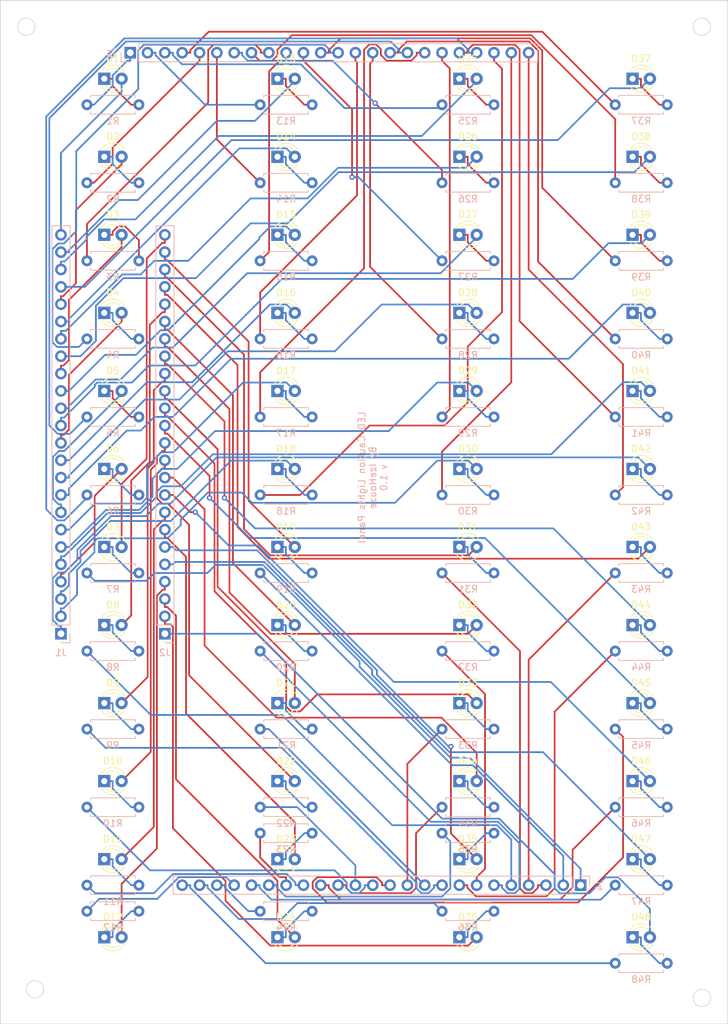
<source format=kicad_pcb>
(kicad_pcb (version 20171130) (host pcbnew "(5.1.4)-1")
  (title_block (title "A-10C Master Caution LED Plane") (date 2019-10-21) (rev 1) (company IzeHouze))
  (layers (0 F.Cu signal) (31 B.Cu signal) (34 B.Paste user) (35 F.Paste user) (36 B.SilkS user) (37 F.SilkS user) (38 B.Mask user) (39 F.Mask user) (44 Edge.Cuts user))
  (net 0 "")
  (net 1 /P1)
  (net 2 "Net-(D1-Pad1)")
  (net 3 /P5)
  (net 4 "Net-(D2-Pad1)")
  (net 5 /P9)
  (net 6 "Net-(D3-Pad1)")
  (net 7 /P13)
  (net 8 "Net-(D4-Pad1)")
  (net 9 "Net-(D5-Pad1)")
  (net 10 /P17)
  (net 11 "Net-(D6-Pad1)")
  (net 12 /P21)
  (net 13 "Net-(D7-Pad1)")
  (net 14 /P25)
  (net 15 /P29)
  (net 16 "Net-(D8-Pad1)")
  (net 17 /P33)
  (net 18 "Net-(D9-Pad1)")
  (net 19 /P37)
  (net 20 "Net-(D10-Pad1)")
  (net 21 /P41)
  (net 22 "Net-(D11-Pad1)")
  (net 23 "Net-(D12-Pad1)")
  (net 24 /P45)
  (net 25 "Net-(D13-Pad1)")
  (net 26 /P2)
  (net 27 "Net-(D14-Pad1)")
  (net 28 /P6)
  (net 29 "Net-(D15-Pad1)")
  (net 30 /P10)
  (net 31 "Net-(D16-Pad1)")
  (net 32 /P14)
  (net 33 /P18)
  (net 34 "Net-(D17-Pad1)")
  (net 35 /P22)
  (net 36 "Net-(D18-Pad1)")
  (net 37 /P26)
  (net 38 "Net-(D19-Pad1)")
  (net 39 "Net-(D20-Pad1)")
  (net 40 /P30)
  (net 41 "Net-(D21-Pad1)")
  (net 42 /P34)
  (net 43 "Net-(D22-Pad1)")
  (net 44 /P38)
  (net 45 "Net-(D23-Pad1)")
  (net 46 /P42)
  (net 47 "Net-(D24-Pad1)")
  (net 48 /P46)
  (net 49 /P3)
  (net 50 "Net-(D25-Pad1)")
  (net 51 /P7)
  (net 52 "Net-(D26-Pad1)")
  (net 53 /P11)
  (net 54 "Net-(D27-Pad1)")
  (net 55 /P15)
  (net 56 "Net-(D28-Pad1)")
  (net 57 "Net-(D29-Pad1)")
  (net 58 /P19)
  (net 59 "Net-(D30-Pad1)")
  (net 60 /P23)
  (net 61 "Net-(D31-Pad1)")
  (net 62 /P27)
  (net 63 /P31)
  (net 64 "Net-(D32-Pad1)")
  (net 65 "Net-(D33-Pad1)")
  (net 66 /P35)
  (net 67 /P39)
  (net 68 "Net-(D34-Pad1)")
  (net 69 "Net-(D35-Pad1)")
  (net 70 /P43)
  (net 71 /P47)
  (net 72 "Net-(D36-Pad1)")
  (net 73 "Net-(D37-Pad1)")
  (net 74 /P4)
  (net 75 "Net-(D38-Pad1)")
  (net 76 /P8)
  (net 77 "Net-(D39-Pad1)")
  (net 78 /P12)
  (net 79 "Net-(D40-Pad1)")
  (net 80 /P16)
  (net 81 /P20)
  (net 82 "Net-(D41-Pad1)")
  (net 83 /P24)
  (net 84 "Net-(D42-Pad1)")
  (net 85 /P28)
  (net 86 "Net-(D43-Pad1)")
  (net 87 /P32)
  (net 88 "Net-(D44-Pad1)")
  (net 89 /P36)
  (net 90 "Net-(D45-Pad1)")
  (net 91 "Net-(D46-Pad1)")
  (net 92 /P40)
  (net 93 "Net-(D47-Pad1)")
  (net 94 /P44)
  (net 95 /P48)
  (net 96 "Net-(D48-Pad1)")
  (net 97 /CO8)
  (net 98 /CO7)
  (net 99 /CO6)
  (net 100 /CO5)
  (net 101 /CO4)
  (net 102 /CO3)
  (net 103 /CO2)
  (net 104 /CO1)
  (net 105 /BO8)
  (net 106 /BO7)
  (net 107 /BO6)
  (net 108 /BO5)
  (net 109 /BO4)
  (net 110 /BO3)
  (net 111 /BO2)
  (net 112 /BO1)
  (net 113 /AO8)
  (net 114 /AO7)
  (net 115 /AO6)
  (net 116 /AO5)
  (net 117 /AO4)
  (net 118 /AO3)
  (net 119 /AO2)
  (net 120 /AO1)
  (net 121 /DO1)
  (net 122 /DO2)
  (net 123 /DO3)
  (net 124 /DO4)
  (net 125 /DO5)
  (net 126 /DO6)
  (net 127 /DO7)
  (net 128 /DO8)
  (net 129 /EO1)
  (net 130 /EO2)
  (net 131 /EO3)
  (net 132 /EO4)
  (net 133 /EO5)
  (net 134 /EO6)
  (net 135 /EO7)
  (net 136 /EO8)
  (net 137 /FO1)
  (net 138 /FO2)
  (net 139 /FO3)
  (net 140 /FO4)
  (net 141 /FO5)
  (net 142 /FO6)
  (net 143 /FO7)
  (net 144 /FO8)
  (module LED_THT:LED_D3.0mm (layer F.Cu) (at 58.42 36.83)
    (fp_text reference D1 (at 1.27 -2.96) (layer F.SilkS))
    (fp_text value LED)
    (pad 2 thru_hole circle (at 2.54 0) (size 1.8 1.8) (drill 0.9) (layers *.Cu *.Mask) (net 1 /P1))
    (pad 1 thru_hole rect (at 0 0) (size 1.8 1.8) (drill 0.9) (layers *.Cu *.Mask) (net 2 "Net-(D1-Pad1)"))
  )
  (module LED_THT:LED_D3.0mm (layer F.Cu) (at 58.42 48.26)
    (fp_text reference D2 (at 1.27 -2.96) (layer F.SilkS))
    (fp_text value LED)
    (pad 2 thru_hole circle (at 2.54 0) (size 1.8 1.8) (drill 0.9) (layers *.Cu *.Mask) (net 3 /P5))
    (pad 1 thru_hole rect (at 0 0) (size 1.8 1.8) (drill 0.9) (layers *.Cu *.Mask) (net 4 "Net-(D2-Pad1)"))
  )
  (module LED_THT:LED_D3.0mm (layer F.Cu) (at 58.42 59.69)
    (fp_text reference D3 (at 1.27 -2.96) (layer F.SilkS))
    (fp_text value LED)
    (pad 2 thru_hole circle (at 2.54 0) (size 1.8 1.8) (drill 0.9) (layers *.Cu *.Mask) (net 5 /P9))
    (pad 1 thru_hole rect (at 0 0) (size 1.8 1.8) (drill 0.9) (layers *.Cu *.Mask) (net 6 "Net-(D3-Pad1)"))
  )
  (module LED_THT:LED_D3.0mm (layer F.Cu) (at 58.42 71.12)
    (fp_text reference D4 (at 1.27 -2.96) (layer F.SilkS))
    (fp_text value LED)
    (pad 2 thru_hole circle (at 2.54 0) (size 1.8 1.8) (drill 0.9) (layers *.Cu *.Mask) (net 7 /P13))
    (pad 1 thru_hole rect (at 0 0) (size 1.8 1.8) (drill 0.9) (layers *.Cu *.Mask) (net 8 "Net-(D4-Pad1)"))
  )
  (module LED_THT:LED_D3.0mm (layer F.Cu) (at 58.42 82.55)
    (fp_text reference D5 (at 1.27 -2.96) (layer F.SilkS))
    (fp_text value LED)
    (pad 1 thru_hole rect (at 0 0) (size 1.8 1.8) (drill 0.9) (layers *.Cu *.Mask) (net 9 "Net-(D5-Pad1)"))
    (pad 2 thru_hole circle (at 2.54 0) (size 1.8 1.8) (drill 0.9) (layers *.Cu *.Mask) (net 10 /P17))
  )
  (module LED_THT:LED_D3.0mm (layer F.Cu) (at 58.42 93.98)
    (fp_text reference D6 (at 1.27 -2.96) (layer F.SilkS))
    (fp_text value LED)
    (pad 1 thru_hole rect (at 0 0) (size 1.8 1.8) (drill 0.9) (layers *.Cu *.Mask) (net 11 "Net-(D6-Pad1)"))
    (pad 2 thru_hole circle (at 2.54 0) (size 1.8 1.8) (drill 0.9) (layers *.Cu *.Mask) (net 12 /P21))
  )
  (module LED_THT:LED_D3.0mm (layer F.Cu) (at 58.42 105.41)
    (fp_text reference D7 (at 1.27 -2.96) (layer F.SilkS))
    (fp_text value LED)
    (pad 1 thru_hole rect (at 0 0) (size 1.8 1.8) (drill 0.9) (layers *.Cu *.Mask) (net 13 "Net-(D7-Pad1)"))
    (pad 2 thru_hole circle (at 2.54 0) (size 1.8 1.8) (drill 0.9) (layers *.Cu *.Mask) (net 14 /P25))
  )
  (module LED_THT:LED_D3.0mm (layer F.Cu) (at 58.42 116.84)
    (fp_text reference D8 (at 1.27 -2.96) (layer F.SilkS))
    (fp_text value LED)
    (pad 2 thru_hole circle (at 2.54 0) (size 1.8 1.8) (drill 0.9) (layers *.Cu *.Mask) (net 15 /P29))
    (pad 1 thru_hole rect (at 0 0) (size 1.8 1.8) (drill 0.9) (layers *.Cu *.Mask) (net 16 "Net-(D8-Pad1)"))
  )
  (module LED_THT:LED_D3.0mm (layer F.Cu) (at 58.42 128.27)
    (fp_text reference D9 (at 1.27 -2.96) (layer F.SilkS))
    (fp_text value LED)
    (pad 2 thru_hole circle (at 2.54 0) (size 1.8 1.8) (drill 0.9) (layers *.Cu *.Mask) (net 17 /P33))
    (pad 1 thru_hole rect (at 0 0) (size 1.8 1.8) (drill 0.9) (layers *.Cu *.Mask) (net 18 "Net-(D9-Pad1)"))
  )
  (module LED_THT:LED_D3.0mm (layer F.Cu) (at 58.42 139.7)
    (fp_text reference D10 (at 1.27 -2.96) (layer F.SilkS))
    (fp_text value LED)
    (pad 2 thru_hole circle (at 2.54 0) (size 1.8 1.8) (drill 0.9) (layers *.Cu *.Mask) (net 19 /P37))
    (pad 1 thru_hole rect (at 0 0) (size 1.8 1.8) (drill 0.9) (layers *.Cu *.Mask) (net 20 "Net-(D10-Pad1)"))
  )
  (module LED_THT:LED_D3.0mm (layer F.Cu) (at 58.42 151.13)
    (fp_text reference D11 (at 1.27 -2.96) (layer F.SilkS))
    (fp_text value LED)
    (pad 2 thru_hole circle (at 2.54 0) (size 1.8 1.8) (drill 0.9) (layers *.Cu *.Mask) (net 21 /P41))
    (pad 1 thru_hole rect (at 0 0) (size 1.8 1.8) (drill 0.9) (layers *.Cu *.Mask) (net 22 "Net-(D11-Pad1)"))
  )
  (module LED_THT:LED_D3.0mm (layer F.Cu) (at 58.42 162.56)
    (fp_text reference D12 (at 1.27 -2.96) (layer F.SilkS))
    (fp_text value LED)
    (pad 1 thru_hole rect (at 0 0) (size 1.8 1.8) (drill 0.9) (layers *.Cu *.Mask) (net 23 "Net-(D12-Pad1)"))
    (pad 2 thru_hole circle (at 2.54 0) (size 1.8 1.8) (drill 0.9) (layers *.Cu *.Mask) (net 24 /P45))
  )
  (module LED_THT:LED_D3.0mm (layer F.Cu) (at 83.82 36.83)
    (fp_text reference D13 (at 1.27 -2.96) (layer F.SilkS))
    (fp_text value LED)
    (pad 1 thru_hole rect (at 0 0) (size 1.8 1.8) (drill 0.9) (layers *.Cu *.Mask) (net 25 "Net-(D13-Pad1)"))
    (pad 2 thru_hole circle (at 2.54 0) (size 1.8 1.8) (drill 0.9) (layers *.Cu *.Mask) (net 26 /P2))
  )
  (module LED_THT:LED_D3.0mm (layer F.Cu) (at 83.82 48.26)
    (fp_text reference D14 (at 1.27 -2.96) (layer F.SilkS))
    (fp_text value LED)
    (pad 1 thru_hole rect (at 0 0) (size 1.8 1.8) (drill 0.9) (layers *.Cu *.Mask) (net 27 "Net-(D14-Pad1)"))
    (pad 2 thru_hole circle (at 2.54 0) (size 1.8 1.8) (drill 0.9) (layers *.Cu *.Mask) (net 28 /P6))
  )
  (module LED_THT:LED_D3.0mm (layer F.Cu) (at 83.82 59.69)
    (fp_text reference D15 (at 1.27 -2.96) (layer F.SilkS))
    (fp_text value LED)
    (pad 1 thru_hole rect (at 0 0) (size 1.8 1.8) (drill 0.9) (layers *.Cu *.Mask) (net 29 "Net-(D15-Pad1)"))
    (pad 2 thru_hole circle (at 2.54 0) (size 1.8 1.8) (drill 0.9) (layers *.Cu *.Mask) (net 30 /P10))
  )
  (module LED_THT:LED_D3.0mm (layer F.Cu) (at 83.82 71.12)
    (fp_text reference D16 (at 1.27 -2.96) (layer F.SilkS))
    (fp_text value LED)
    (pad 1 thru_hole rect (at 0 0) (size 1.8 1.8) (drill 0.9) (layers *.Cu *.Mask) (net 31 "Net-(D16-Pad1)"))
    (pad 2 thru_hole circle (at 2.54 0) (size 1.8 1.8) (drill 0.9) (layers *.Cu *.Mask) (net 32 /P14))
  )
  (module LED_THT:LED_D3.0mm (layer F.Cu) (at 83.82 82.55)
    (fp_text reference D17 (at 1.27 -2.96) (layer F.SilkS))
    (fp_text value LED)
    (pad 2 thru_hole circle (at 2.54 0) (size 1.8 1.8) (drill 0.9) (layers *.Cu *.Mask) (net 33 /P18))
    (pad 1 thru_hole rect (at 0 0) (size 1.8 1.8) (drill 0.9) (layers *.Cu *.Mask) (net 34 "Net-(D17-Pad1)"))
  )
  (module LED_THT:LED_D3.0mm (layer F.Cu) (at 83.82 93.98)
    (fp_text reference D18 (at 1.27 -2.96) (layer F.SilkS))
    (fp_text value LED)
    (pad 2 thru_hole circle (at 2.54 0) (size 1.8 1.8) (drill 0.9) (layers *.Cu *.Mask) (net 35 /P22))
    (pad 1 thru_hole rect (at 0 0) (size 1.8 1.8) (drill 0.9) (layers *.Cu *.Mask) (net 36 "Net-(D18-Pad1)"))
  )
  (module LED_THT:LED_D3.0mm (layer F.Cu) (at 83.82 105.41)
    (fp_text reference D19 (at 1.27 -2.96) (layer F.SilkS))
    (fp_text value LED)
    (pad 2 thru_hole circle (at 2.54 0) (size 1.8 1.8) (drill 0.9) (layers *.Cu *.Mask) (net 37 /P26))
    (pad 1 thru_hole rect (at 0 0) (size 1.8 1.8) (drill 0.9) (layers *.Cu *.Mask) (net 38 "Net-(D19-Pad1)"))
  )
  (module LED_THT:LED_D3.0mm (layer F.Cu) (at 83.82 116.84)
    (fp_text reference D20 (at 1.27 -2.96) (layer F.SilkS))
    (fp_text value LED)
    (pad 1 thru_hole rect (at 0 0) (size 1.8 1.8) (drill 0.9) (layers *.Cu *.Mask) (net 39 "Net-(D20-Pad1)"))
    (pad 2 thru_hole circle (at 2.54 0) (size 1.8 1.8) (drill 0.9) (layers *.Cu *.Mask) (net 40 /P30))
  )
  (module LED_THT:LED_D3.0mm (layer F.Cu) (at 83.82 128.27)
    (fp_text reference D21 (at 1.27 -2.96) (layer F.SilkS))
    (fp_text value LED)
    (pad 1 thru_hole rect (at 0 0) (size 1.8 1.8) (drill 0.9) (layers *.Cu *.Mask) (net 41 "Net-(D21-Pad1)"))
    (pad 2 thru_hole circle (at 2.54 0) (size 1.8 1.8) (drill 0.9) (layers *.Cu *.Mask) (net 42 /P34))
  )
  (module LED_THT:LED_D3.0mm (layer F.Cu) (at 83.82 139.7)
    (fp_text reference D22 (at 1.27 -2.96) (layer F.SilkS))
    (fp_text value LED)
    (pad 1 thru_hole rect (at 0 0) (size 1.8 1.8) (drill 0.9) (layers *.Cu *.Mask) (net 43 "Net-(D22-Pad1)"))
    (pad 2 thru_hole circle (at 2.54 0) (size 1.8 1.8) (drill 0.9) (layers *.Cu *.Mask) (net 44 /P38))
  )
  (module LED_THT:LED_D3.0mm (layer F.Cu) (at 83.82 151.13)
    (fp_text reference D23 (at 1.27 -2.96) (layer F.SilkS))
    (fp_text value LED)
    (pad 1 thru_hole rect (at 0 0) (size 1.8 1.8) (drill 0.9) (layers *.Cu *.Mask) (net 45 "Net-(D23-Pad1)"))
    (pad 2 thru_hole circle (at 2.54 0) (size 1.8 1.8) (drill 0.9) (layers *.Cu *.Mask) (net 46 /P42))
  )
  (module LED_THT:LED_D3.0mm (layer F.Cu) (at 83.82 162.56)
    (fp_text reference D24 (at 1.27 -2.96) (layer F.SilkS))
    (fp_text value LED)
    (pad 1 thru_hole rect (at 0 0) (size 1.8 1.8) (drill 0.9) (layers *.Cu *.Mask) (net 47 "Net-(D24-Pad1)"))
    (pad 2 thru_hole circle (at 2.54 0) (size 1.8 1.8) (drill 0.9) (layers *.Cu *.Mask) (net 48 /P46))
  )
  (module LED_THT:LED_D3.0mm (layer F.Cu) (at 110.49 36.83)
    (fp_text reference D25 (at 1.27 -2.96) (layer F.SilkS))
    (fp_text value LED)
    (pad 2 thru_hole circle (at 2.54 0) (size 1.8 1.8) (drill 0.9) (layers *.Cu *.Mask) (net 49 /P3))
    (pad 1 thru_hole rect (at 0 0) (size 1.8 1.8) (drill 0.9) (layers *.Cu *.Mask) (net 50 "Net-(D25-Pad1)"))
  )
  (module LED_THT:LED_D3.0mm (layer F.Cu) (at 110.49 48.26)
    (fp_text reference D26 (at 1.27 -2.96) (layer F.SilkS))
    (fp_text value LED)
    (pad 2 thru_hole circle (at 2.54 0) (size 1.8 1.8) (drill 0.9) (layers *.Cu *.Mask) (net 51 /P7))
    (pad 1 thru_hole rect (at 0 0) (size 1.8 1.8) (drill 0.9) (layers *.Cu *.Mask) (net 52 "Net-(D26-Pad1)"))
  )
  (module LED_THT:LED_D3.0mm (layer F.Cu) (at 110.49 59.69)
    (fp_text reference D27 (at 1.27 -2.96) (layer F.SilkS))
    (fp_text value LED)
    (pad 2 thru_hole circle (at 2.54 0) (size 1.8 1.8) (drill 0.9) (layers *.Cu *.Mask) (net 53 /P11))
    (pad 1 thru_hole rect (at 0 0) (size 1.8 1.8) (drill 0.9) (layers *.Cu *.Mask) (net 54 "Net-(D27-Pad1)"))
  )
  (module LED_THT:LED_D3.0mm (layer F.Cu) (at 110.49 71.12)
    (fp_text reference D28 (at 1.27 -2.96) (layer F.SilkS))
    (fp_text value LED)
    (pad 2 thru_hole circle (at 2.54 0) (size 1.8 1.8) (drill 0.9) (layers *.Cu *.Mask) (net 55 /P15))
    (pad 1 thru_hole rect (at 0 0) (size 1.8 1.8) (drill 0.9) (layers *.Cu *.Mask) (net 56 "Net-(D28-Pad1)"))
  )
  (module LED_THT:LED_D3.0mm (layer F.Cu) (at 110.49 82.55)
    (fp_text reference D29 (at 1.27 -2.96) (layer F.SilkS))
    (fp_text value LED)
    (pad 1 thru_hole rect (at 0 0) (size 1.8 1.8) (drill 0.9) (layers *.Cu *.Mask) (net 57 "Net-(D29-Pad1)"))
    (pad 2 thru_hole circle (at 2.54 0) (size 1.8 1.8) (drill 0.9) (layers *.Cu *.Mask) (net 58 /P19))
  )
  (module LED_THT:LED_D3.0mm (layer F.Cu) (at 110.49 93.98)
    (fp_text reference D30 (at 1.27 -2.96) (layer F.SilkS))
    (fp_text value LED)
    (pad 1 thru_hole rect (at 0 0) (size 1.8 1.8) (drill 0.9) (layers *.Cu *.Mask) (net 59 "Net-(D30-Pad1)"))
    (pad 2 thru_hole circle (at 2.54 0) (size 1.8 1.8) (drill 0.9) (layers *.Cu *.Mask) (net 60 /P23))
  )
  (module LED_THT:LED_D3.0mm (layer F.Cu) (at 110.49 105.41)
    (fp_text reference D31 (at 1.27 -2.96) (layer F.SilkS))
    (fp_text value LED)
    (pad 1 thru_hole rect (at 0 0) (size 1.8 1.8) (drill 0.9) (layers *.Cu *.Mask) (net 61 "Net-(D31-Pad1)"))
    (pad 2 thru_hole circle (at 2.54 0) (size 1.8 1.8) (drill 0.9) (layers *.Cu *.Mask) (net 62 /P27))
  )
  (module LED_THT:LED_D3.0mm (layer F.Cu) (at 110.49 116.84)
    (fp_text reference D32 (at 1.27 -2.96) (layer F.SilkS))
    (fp_text value LED)
    (pad 2 thru_hole circle (at 2.54 0) (size 1.8 1.8) (drill 0.9) (layers *.Cu *.Mask) (net 63 /P31))
    (pad 1 thru_hole rect (at 0 0) (size 1.8 1.8) (drill 0.9) (layers *.Cu *.Mask) (net 64 "Net-(D32-Pad1)"))
  )
  (module LED_THT:LED_D3.0mm (layer F.Cu) (at 110.49 128.27)
    (fp_text reference D33 (at 1.27 -2.96) (layer F.SilkS))
    (fp_text value LED)
    (pad 1 thru_hole rect (at 0 0) (size 1.8 1.8) (drill 0.9) (layers *.Cu *.Mask) (net 65 "Net-(D33-Pad1)"))
    (pad 2 thru_hole circle (at 2.54 0) (size 1.8 1.8) (drill 0.9) (layers *.Cu *.Mask) (net 66 /P35))
  )
  (module LED_THT:LED_D3.0mm (layer F.Cu) (at 110.49 139.7)
    (fp_text reference D34 (at 1.27 -2.96) (layer F.SilkS))
    (fp_text value LED)
    (pad 2 thru_hole circle (at 2.54 0) (size 1.8 1.8) (drill 0.9) (layers *.Cu *.Mask) (net 67 /P39))
    (pad 1 thru_hole rect (at 0 0) (size 1.8 1.8) (drill 0.9) (layers *.Cu *.Mask) (net 68 "Net-(D34-Pad1)"))
  )
  (module LED_THT:LED_D3.0mm (layer F.Cu) (at 110.49 151.13)
    (fp_text reference D35 (at 1.27 -2.96) (layer F.SilkS))
    (fp_text value LED)
    (pad 1 thru_hole rect (at 0 0) (size 1.8 1.8) (drill 0.9) (layers *.Cu *.Mask) (net 69 "Net-(D35-Pad1)"))
    (pad 2 thru_hole circle (at 2.54 0) (size 1.8 1.8) (drill 0.9) (layers *.Cu *.Mask) (net 70 /P43))
  )
  (module LED_THT:LED_D3.0mm (layer F.Cu) (at 110.49 162.56)
    (fp_text reference D36 (at 1.27 -2.96) (layer F.SilkS))
    (fp_text value LED)
    (pad 2 thru_hole circle (at 2.54 0) (size 1.8 1.8) (drill 0.9) (layers *.Cu *.Mask) (net 71 /P47))
    (pad 1 thru_hole rect (at 0 0) (size 1.8 1.8) (drill 0.9) (layers *.Cu *.Mask) (net 72 "Net-(D36-Pad1)"))
  )
  (module LED_THT:LED_D3.0mm (layer F.Cu) (at 135.89 36.83)
    (fp_text reference D37 (at 1.27 -2.96) (layer F.SilkS))
    (fp_text value LED)
    (pad 1 thru_hole rect (at 0 0) (size 1.8 1.8) (drill 0.9) (layers *.Cu *.Mask) (net 73 "Net-(D37-Pad1)"))
    (pad 2 thru_hole circle (at 2.54 0) (size 1.8 1.8) (drill 0.9) (layers *.Cu *.Mask) (net 74 /P4))
  )
  (module LED_THT:LED_D3.0mm (layer F.Cu) (at 135.89 48.26)
    (fp_text reference D38 (at 1.27 -2.96) (layer F.SilkS))
    (fp_text value LED)
    (pad 1 thru_hole rect (at 0 0) (size 1.8 1.8) (drill 0.9) (layers *.Cu *.Mask) (net 75 "Net-(D38-Pad1)"))
    (pad 2 thru_hole circle (at 2.54 0) (size 1.8 1.8) (drill 0.9) (layers *.Cu *.Mask) (net 76 /P8))
  )
  (module LED_THT:LED_D3.0mm (layer F.Cu) (at 135.89 59.69)
    (fp_text reference D39 (at 1.27 -2.96) (layer F.SilkS))
    (fp_text value LED)
    (pad 1 thru_hole rect (at 0 0) (size 1.8 1.8) (drill 0.9) (layers *.Cu *.Mask) (net 77 "Net-(D39-Pad1)"))
    (pad 2 thru_hole circle (at 2.54 0) (size 1.8 1.8) (drill 0.9) (layers *.Cu *.Mask) (net 78 /P12))
  )
  (module LED_THT:LED_D3.0mm (layer F.Cu) (at 135.89 71.12)
    (fp_text reference D40 (at 1.27 -2.96) (layer F.SilkS))
    (fp_text value LED)
    (pad 1 thru_hole rect (at 0 0) (size 1.8 1.8) (drill 0.9) (layers *.Cu *.Mask) (net 79 "Net-(D40-Pad1)"))
    (pad 2 thru_hole circle (at 2.54 0) (size 1.8 1.8) (drill 0.9) (layers *.Cu *.Mask) (net 80 /P16))
  )
  (module LED_THT:LED_D3.0mm (layer F.Cu) (at 135.89 82.55)
    (fp_text reference D41 (at 1.27 -2.96) (layer F.SilkS))
    (fp_text value LED)
    (pad 2 thru_hole circle (at 2.54 0) (size 1.8 1.8) (drill 0.9) (layers *.Cu *.Mask) (net 81 /P20))
    (pad 1 thru_hole rect (at 0 0) (size 1.8 1.8) (drill 0.9) (layers *.Cu *.Mask) (net 82 "Net-(D41-Pad1)"))
  )
  (module LED_THT:LED_D3.0mm (layer F.Cu) (at 135.89 93.98)
    (fp_text reference D42 (at 1.27 -2.96) (layer F.SilkS))
    (fp_text value LED)
    (pad 2 thru_hole circle (at 2.54 0) (size 1.8 1.8) (drill 0.9) (layers *.Cu *.Mask) (net 83 /P24))
    (pad 1 thru_hole rect (at 0 0) (size 1.8 1.8) (drill 0.9) (layers *.Cu *.Mask) (net 84 "Net-(D42-Pad1)"))
  )
  (module LED_THT:LED_D3.0mm (layer F.Cu) (at 135.89 105.41)
    (fp_text reference D43 (at 1.27 -2.96) (layer F.SilkS))
    (fp_text value LED)
    (pad 2 thru_hole circle (at 2.54 0) (size 1.8 1.8) (drill 0.9) (layers *.Cu *.Mask) (net 85 /P28))
    (pad 1 thru_hole rect (at 0 0) (size 1.8 1.8) (drill 0.9) (layers *.Cu *.Mask) (net 86 "Net-(D43-Pad1)"))
  )
  (module LED_THT:LED_D3.0mm (layer F.Cu) (at 135.89 116.84)
    (fp_text reference D44 (at 1.27 -2.96) (layer F.SilkS))
    (fp_text value LED)
    (pad 2 thru_hole circle (at 2.54 0) (size 1.8 1.8) (drill 0.9) (layers *.Cu *.Mask) (net 87 /P32))
    (pad 1 thru_hole rect (at 0 0) (size 1.8 1.8) (drill 0.9) (layers *.Cu *.Mask) (net 88 "Net-(D44-Pad1)"))
  )
  (module LED_THT:LED_D3.0mm (layer F.Cu) (at 135.89 128.27)
    (fp_text reference D45 (at 1.27 -2.96) (layer F.SilkS))
    (fp_text value LED)
    (pad 2 thru_hole circle (at 2.54 0) (size 1.8 1.8) (drill 0.9) (layers *.Cu *.Mask) (net 89 /P36))
    (pad 1 thru_hole rect (at 0 0) (size 1.8 1.8) (drill 0.9) (layers *.Cu *.Mask) (net 90 "Net-(D45-Pad1)"))
  )
  (module LED_THT:LED_D3.0mm (layer F.Cu) (at 135.89 139.7)
    (fp_text reference D46 (at 1.27 -2.96) (layer F.SilkS))
    (fp_text value LED)
    (pad 1 thru_hole rect (at 0 0) (size 1.8 1.8) (drill 0.9) (layers *.Cu *.Mask) (net 91 "Net-(D46-Pad1)"))
    (pad 2 thru_hole circle (at 2.54 0) (size 1.8 1.8) (drill 0.9) (layers *.Cu *.Mask) (net 92 /P40))
  )
  (module LED_THT:LED_D3.0mm (layer F.Cu) (at 135.89 151.13)
    (fp_text reference D47 (at 1.27 -2.96) (layer F.SilkS))
    (fp_text value LED)
    (pad 1 thru_hole rect (at 0 0) (size 1.8 1.8) (drill 0.9) (layers *.Cu *.Mask) (net 93 "Net-(D47-Pad1)"))
    (pad 2 thru_hole circle (at 2.54 0) (size 1.8 1.8) (drill 0.9) (layers *.Cu *.Mask) (net 94 /P44))
  )
  (module LED_THT:LED_D3.0mm (layer F.Cu) (at 135.89 162.56)
    (fp_text reference D48 (at 1.27 -2.96) (layer F.SilkS))
    (fp_text value LED)
    (pad 2 thru_hole circle (at 2.54 0) (size 1.8 1.8) (drill 0.9) (layers *.Cu *.Mask) (net 95 /P48))
    (pad 1 thru_hole rect (at 0 0) (size 1.8 1.8) (drill 0.9) (layers *.Cu *.Mask) (net 96 "Net-(D48-Pad1)"))
  )
  (module Connector_PinSocket_2.54mm:PinSocket_1x24_P2.54mm_Vertical (layer B.Cu) (at 52.07 118.11)
    (fp_text reference J1 (at 0 2.77) (layer B.SilkS) (effects (justify mirror)))
    (fp_text value Conn_01x24_Female)
    (pad 24 thru_hole oval (at 0 -58.42) (size 1.7 1.7) (drill 1) (layers *.Cu *.Mask) (net 1 /P1))
    (pad 23 thru_hole oval (at 0 -55.88) (size 1.7 1.7) (drill 1) (layers *.Cu *.Mask) (net 26 /P2))
    (pad 22 thru_hole oval (at 0 -53.34) (size 1.7 1.7) (drill 1) (layers *.Cu *.Mask) (net 49 /P3))
    (pad 21 thru_hole oval (at 0 -50.8) (size 1.7 1.7) (drill 1) (layers *.Cu *.Mask) (net 74 /P4))
    (pad 20 thru_hole oval (at 0 -48.26) (size 1.7 1.7) (drill 1) (layers *.Cu *.Mask) (net 3 /P5))
    (pad 19 thru_hole oval (at 0 -45.72) (size 1.7 1.7) (drill 1) (layers *.Cu *.Mask) (net 28 /P6))
    (pad 18 thru_hole oval (at 0 -43.18) (size 1.7 1.7) (drill 1) (layers *.Cu *.Mask) (net 51 /P7))
    (pad 17 thru_hole oval (at 0 -40.64) (size 1.7 1.7) (drill 1) (layers *.Cu *.Mask) (net 76 /P8))
    (pad 16 thru_hole oval (at 0 -38.1) (size 1.7 1.7) (drill 1) (layers *.Cu *.Mask) (net 5 /P9))
    (pad 15 thru_hole oval (at 0 -35.56) (size 1.7 1.7) (drill 1) (layers *.Cu *.Mask) (net 30 /P10))
    (pad 14 thru_hole oval (at 0 -33.02) (size 1.7 1.7) (drill 1) (layers *.Cu *.Mask) (net 53 /P11))
    (pad 13 thru_hole oval (at 0 -30.48) (size 1.7 1.7) (drill 1) (layers *.Cu *.Mask) (net 78 /P12))
    (pad 12 thru_hole oval (at 0 -27.94) (size 1.7 1.7) (drill 1) (layers *.Cu *.Mask) (net 7 /P13))
    (pad 11 thru_hole oval (at 0 -25.4) (size 1.7 1.7) (drill 1) (layers *.Cu *.Mask) (net 32 /P14))
    (pad 10 thru_hole oval (at 0 -22.86) (size 1.7 1.7) (drill 1) (layers *.Cu *.Mask) (net 55 /P15))
    (pad 9 thru_hole oval (at 0 -20.32) (size 1.7 1.7) (drill 1) (layers *.Cu *.Mask) (net 80 /P16))
    (pad 8 thru_hole oval (at 0 -17.78) (size 1.7 1.7) (drill 1) (layers *.Cu *.Mask) (net 10 /P17))
    (pad 7 thru_hole oval (at 0 -15.24) (size 1.7 1.7) (drill 1) (layers *.Cu *.Mask) (net 33 /P18))
    (pad 6 thru_hole oval (at 0 -12.7) (size 1.7 1.7) (drill 1) (layers *.Cu *.Mask) (net 58 /P19))
    (pad 5 thru_hole oval (at 0 -10.16) (size 1.7 1.7) (drill 1) (layers *.Cu *.Mask) (net 81 /P20))
    (pad 4 thru_hole oval (at 0 -7.62) (size 1.7 1.7) (drill 1) (layers *.Cu *.Mask) (net 12 /P21))
    (pad 3 thru_hole oval (at 0 -5.08) (size 1.7 1.7) (drill 1) (layers *.Cu *.Mask) (net 35 /P22))
    (pad 2 thru_hole oval (at 0 -2.54) (size 1.7 1.7) (drill 1) (layers *.Cu *.Mask) (net 60 /P23))
    (pad 1 thru_hole rect (at 0 0) (size 1.7 1.7) (drill 1) (layers *.Cu *.Mask) (net 83 /P24))
  )
  (module Connector_PinSocket_2.54mm:PinSocket_1x24_P2.54mm_Vertical (layer B.Cu) (at 67.31 118.11)
    (fp_text reference J2 (at 0 2.77) (layer B.SilkS) (effects (justify mirror)))
    (fp_text value Conn_01x24_Female)
    (pad 1 thru_hole rect (at 0 0) (size 1.7 1.7) (drill 1) (layers *.Cu *.Mask) (net 95 /P48))
    (pad 2 thru_hole oval (at 0 -2.54) (size 1.7 1.7) (drill 1) (layers *.Cu *.Mask) (net 71 /P47))
    (pad 3 thru_hole oval (at 0 -5.08) (size 1.7 1.7) (drill 1) (layers *.Cu *.Mask) (net 48 /P46))
    (pad 4 thru_hole oval (at 0 -7.62) (size 1.7 1.7) (drill 1) (layers *.Cu *.Mask) (net 24 /P45))
    (pad 5 thru_hole oval (at 0 -10.16) (size 1.7 1.7) (drill 1) (layers *.Cu *.Mask) (net 94 /P44))
    (pad 6 thru_hole oval (at 0 -12.7) (size 1.7 1.7) (drill 1) (layers *.Cu *.Mask) (net 70 /P43))
    (pad 7 thru_hole oval (at 0 -15.24) (size 1.7 1.7) (drill 1) (layers *.Cu *.Mask) (net 46 /P42))
    (pad 8 thru_hole oval (at 0 -17.78) (size 1.7 1.7) (drill 1) (layers *.Cu *.Mask) (net 21 /P41))
    (pad 9 thru_hole oval (at 0 -20.32) (size 1.7 1.7) (drill 1) (layers *.Cu *.Mask) (net 92 /P40))
    (pad 10 thru_hole oval (at 0 -22.86) (size 1.7 1.7) (drill 1) (layers *.Cu *.Mask) (net 67 /P39))
    (pad 11 thru_hole oval (at 0 -25.4) (size 1.7 1.7) (drill 1) (layers *.Cu *.Mask) (net 44 /P38))
    (pad 12 thru_hole oval (at 0 -27.94) (size 1.7 1.7) (drill 1) (layers *.Cu *.Mask) (net 19 /P37))
    (pad 13 thru_hole oval (at 0 -30.48) (size 1.7 1.7) (drill 1) (layers *.Cu *.Mask) (net 89 /P36))
    (pad 14 thru_hole oval (at 0 -33.02) (size 1.7 1.7) (drill 1) (layers *.Cu *.Mask) (net 66 /P35))
    (pad 15 thru_hole oval (at 0 -35.56) (size 1.7 1.7) (drill 1) (layers *.Cu *.Mask) (net 42 /P34))
    (pad 16 thru_hole oval (at 0 -38.1) (size 1.7 1.7) (drill 1) (layers *.Cu *.Mask) (net 17 /P33))
    (pad 17 thru_hole oval (at 0 -40.64) (size 1.7 1.7) (drill 1) (layers *.Cu *.Mask) (net 87 /P32))
    (pad 18 thru_hole oval (at 0 -43.18) (size 1.7 1.7) (drill 1) (layers *.Cu *.Mask) (net 63 /P31))
    (pad 19 thru_hole oval (at 0 -45.72) (size 1.7 1.7) (drill 1) (layers *.Cu *.Mask) (net 40 /P30))
    (pad 20 thru_hole oval (at 0 -48.26) (size 1.7 1.7) (drill 1) (layers *.Cu *.Mask) (net 15 /P29))
    (pad 21 thru_hole oval (at 0 -50.8) (size 1.7 1.7) (drill 1) (layers *.Cu *.Mask) (net 85 /P28))
    (pad 22 thru_hole oval (at 0 -53.34) (size 1.7 1.7) (drill 1) (layers *.Cu *.Mask) (net 62 /P27))
    (pad 23 thru_hole oval (at 0 -55.88) (size 1.7 1.7) (drill 1) (layers *.Cu *.Mask) (net 37 /P26))
    (pad 24 thru_hole oval (at 0 -58.42) (size 1.7 1.7) (drill 1) (layers *.Cu *.Mask) (net 14 /P25))
  )
  (module Connector_PinSocket_2.54mm:PinSocket_1x24_P2.54mm_Vertical (layer B.Cu) (at 62.23 33.02 270)
    (fp_text reference J3 (at 0 2.77 90) (layer B.SilkS) (effects (justify mirror)))
    (fp_text value Conn_01x24_Female)
    (pad 24 thru_hole oval (at 0 -58.42 270) (size 1.7 1.7) (drill 1) (layers *.Cu *.Mask) (net 97 /CO8))
    (pad 23 thru_hole oval (at 0 -55.88 270) (size 1.7 1.7) (drill 1) (layers *.Cu *.Mask) (net 98 /CO7))
    (pad 22 thru_hole oval (at 0 -53.34 270) (size 1.7 1.7) (drill 1) (layers *.Cu *.Mask) (net 99 /CO6))
    (pad 21 thru_hole oval (at 0 -50.8 270) (size 1.7 1.7) (drill 1) (layers *.Cu *.Mask) (net 100 /CO5))
    (pad 20 thru_hole oval (at 0 -48.26 270) (size 1.7 1.7) (drill 1) (layers *.Cu *.Mask) (net 101 /CO4))
    (pad 19 thru_hole oval (at 0 -45.72 270) (size 1.7 1.7) (drill 1) (layers *.Cu *.Mask) (net 102 /CO3))
    (pad 18 thru_hole oval (at 0 -43.18 270) (size 1.7 1.7) (drill 1) (layers *.Cu *.Mask) (net 103 /CO2))
    (pad 17 thru_hole oval (at 0 -40.64 270) (size 1.7 1.7) (drill 1) (layers *.Cu *.Mask) (net 104 /CO1))
    (pad 16 thru_hole oval (at 0 -38.1 270) (size 1.7 1.7) (drill 1) (layers *.Cu *.Mask) (net 105 /BO8))
    (pad 15 thru_hole oval (at 0 -35.56 270) (size 1.7 1.7) (drill 1) (layers *.Cu *.Mask) (net 106 /BO7))
    (pad 14 thru_hole oval (at 0 -33.02 270) (size 1.7 1.7) (drill 1) (layers *.Cu *.Mask) (net 107 /BO6))
    (pad 13 thru_hole oval (at 0 -30.48 270) (size 1.7 1.7) (drill 1) (layers *.Cu *.Mask) (net 108 /BO5))
    (pad 12 thru_hole oval (at 0 -27.94 270) (size 1.7 1.7) (drill 1) (layers *.Cu *.Mask) (net 109 /BO4))
    (pad 11 thru_hole oval (at 0 -25.4 270) (size 1.7 1.7) (drill 1) (layers *.Cu *.Mask) (net 110 /BO3))
    (pad 10 thru_hole oval (at 0 -22.86 270) (size 1.7 1.7) (drill 1) (layers *.Cu *.Mask) (net 111 /BO2))
    (pad 9 thru_hole oval (at 0 -20.32 270) (size 1.7 1.7) (drill 1) (layers *.Cu *.Mask) (net 112 /BO1))
    (pad 8 thru_hole oval (at 0 -17.78 270) (size 1.7 1.7) (drill 1) (layers *.Cu *.Mask) (net 113 /AO8))
    (pad 7 thru_hole oval (at 0 -15.24 270) (size 1.7 1.7) (drill 1) (layers *.Cu *.Mask) (net 114 /AO7))
    (pad 6 thru_hole oval (at 0 -12.7 270) (size 1.7 1.7) (drill 1) (layers *.Cu *.Mask) (net 115 /AO6))
    (pad 5 thru_hole oval (at 0 -10.16 270) (size 1.7 1.7) (drill 1) (layers *.Cu *.Mask) (net 116 /AO5))
    (pad 4 thru_hole oval (at 0 -7.62 270) (size 1.7 1.7) (drill 1) (layers *.Cu *.Mask) (net 117 /AO4))
    (pad 3 thru_hole oval (at 0 -5.08 270) (size 1.7 1.7) (drill 1) (layers *.Cu *.Mask) (net 118 /AO3))
    (pad 2 thru_hole oval (at 0 -2.54 270) (size 1.7 1.7) (drill 1) (layers *.Cu *.Mask) (net 119 /AO2))
    (pad 1 thru_hole rect (at 0 0 270) (size 1.7 1.7) (drill 1) (layers *.Cu *.Mask) (net 120 /AO1))
  )
  (module Connector_PinSocket_2.54mm:PinSocket_1x24_P2.54mm_Vertical (layer B.Cu) (at 128.27 154.94 90)
    (fp_text reference J4 (at 0 2.77 90) (layer B.SilkS) (effects (justify mirror)))
    (fp_text value Conn_01x24_Female)
    (pad 1 thru_hole rect (at 0 0 90) (size 1.7 1.7) (drill 1) (layers *.Cu *.Mask) (net 121 /DO1))
    (pad 2 thru_hole oval (at 0 -2.54 90) (size 1.7 1.7) (drill 1) (layers *.Cu *.Mask) (net 122 /DO2))
    (pad 3 thru_hole oval (at 0 -5.08 90) (size 1.7 1.7) (drill 1) (layers *.Cu *.Mask) (net 123 /DO3))
    (pad 4 thru_hole oval (at 0 -7.62 90) (size 1.7 1.7) (drill 1) (layers *.Cu *.Mask) (net 124 /DO4))
    (pad 5 thru_hole oval (at 0 -10.16 90) (size 1.7 1.7) (drill 1) (layers *.Cu *.Mask) (net 125 /DO5))
    (pad 6 thru_hole oval (at 0 -12.7 90) (size 1.7 1.7) (drill 1) (layers *.Cu *.Mask) (net 126 /DO6))
    (pad 7 thru_hole oval (at 0 -15.24 90) (size 1.7 1.7) (drill 1) (layers *.Cu *.Mask) (net 127 /DO7))
    (pad 8 thru_hole oval (at 0 -17.78 90) (size 1.7 1.7) (drill 1) (layers *.Cu *.Mask) (net 128 /DO8))
    (pad 9 thru_hole oval (at 0 -20.32 90) (size 1.7 1.7) (drill 1) (layers *.Cu *.Mask) (net 129 /EO1))
    (pad 10 thru_hole oval (at 0 -22.86 90) (size 1.7 1.7) (drill 1) (layers *.Cu *.Mask) (net 130 /EO2))
    (pad 11 thru_hole oval (at 0 -25.4 90) (size 1.7 1.7) (drill 1) (layers *.Cu *.Mask) (net 131 /EO3))
    (pad 12 thru_hole oval (at 0 -27.94 90) (size 1.7 1.7) (drill 1) (layers *.Cu *.Mask) (net 132 /EO4))
    (pad 13 thru_hole oval (at 0 -30.48 90) (size 1.7 1.7) (drill 1) (layers *.Cu *.Mask) (net 133 /EO5))
    (pad 14 thru_hole oval (at 0 -33.02 90) (size 1.7 1.7) (drill 1) (layers *.Cu *.Mask) (net 134 /EO6))
    (pad 15 thru_hole oval (at 0 -35.56 90) (size 1.7 1.7) (drill 1) (layers *.Cu *.Mask) (net 135 /EO7))
    (pad 16 thru_hole oval (at 0 -38.1 90) (size 1.7 1.7) (drill 1) (layers *.Cu *.Mask) (net 136 /EO8))
    (pad 17 thru_hole oval (at 0 -40.64 90) (size 1.7 1.7) (drill 1) (layers *.Cu *.Mask) (net 137 /FO1))
    (pad 18 thru_hole oval (at 0 -43.18 90) (size 1.7 1.7) (drill 1) (layers *.Cu *.Mask) (net 138 /FO2))
    (pad 19 thru_hole oval (at 0 -45.72 90) (size 1.7 1.7) (drill 1) (layers *.Cu *.Mask) (net 139 /FO3))
    (pad 20 thru_hole oval (at 0 -48.26 90) (size 1.7 1.7) (drill 1) (layers *.Cu *.Mask) (net 140 /FO4))
    (pad 21 thru_hole oval (at 0 -50.8 90) (size 1.7 1.7) (drill 1) (layers *.Cu *.Mask) (net 141 /FO5))
    (pad 22 thru_hole oval (at 0 -53.34 90) (size 1.7 1.7) (drill 1) (layers *.Cu *.Mask) (net 142 /FO6))
    (pad 23 thru_hole oval (at 0 -55.88 90) (size 1.7 1.7) (drill 1) (layers *.Cu *.Mask) (net 143 /FO7))
    (pad 24 thru_hole oval (at 0 -58.42 90) (size 1.7 1.7) (drill 1) (layers *.Cu *.Mask) (net 144 /FO8))
  )
  (module Resistor_THT:R_Axial_DIN0207_L6.3mm_D2.5mm_P7.62mm_Horizontal (layer B.Cu) (at 55.88 40.64)
    (fp_text reference R1 (at 3.81 2.37) (layer B.SilkS) (effects (justify mirror)))
    (fp_text value 150)
    (pad 2 thru_hole oval (at 7.62 0) (size 1.6 1.6) (drill 0.8) (layers *.Cu *.Mask) (net 2 "Net-(D1-Pad1)"))
    (pad 1 thru_hole circle (at 0 0) (size 1.6 1.6) (drill 0.8) (layers *.Cu *.Mask) (net 120 /AO1))
  )
  (module Resistor_THT:R_Axial_DIN0207_L6.3mm_D2.5mm_P7.62mm_Horizontal (layer B.Cu) (at 55.88 52.07)
    (fp_text reference R2 (at 3.81 2.37) (layer B.SilkS) (effects (justify mirror)))
    (fp_text value 150)
    (pad 2 thru_hole oval (at 7.62 0) (size 1.6 1.6) (drill 0.8) (layers *.Cu *.Mask) (net 4 "Net-(D2-Pad1)"))
    (pad 1 thru_hole circle (at 0 0) (size 1.6 1.6) (drill 0.8) (layers *.Cu *.Mask) (net 116 /AO5))
  )
  (module Resistor_THT:R_Axial_DIN0207_L6.3mm_D2.5mm_P7.62mm_Horizontal (layer B.Cu) (at 55.88 63.5)
    (fp_text reference R3 (at 3.81 2.37) (layer B.SilkS) (effects (justify mirror)))
    (fp_text value 150)
    (pad 1 thru_hole circle (at 0 0) (size 1.6 1.6) (drill 0.8) (layers *.Cu *.Mask) (net 112 /BO1))
    (pad 2 thru_hole oval (at 7.62 0) (size 1.6 1.6) (drill 0.8) (layers *.Cu *.Mask) (net 6 "Net-(D3-Pad1)"))
  )
  (module Resistor_THT:R_Axial_DIN0207_L6.3mm_D2.5mm_P7.62mm_Horizontal (layer B.Cu) (at 55.88 74.93)
    (fp_text reference R4 (at 3.81 2.37) (layer B.SilkS) (effects (justify mirror)))
    (fp_text value 150)
    (pad 1 thru_hole circle (at 0 0) (size 1.6 1.6) (drill 0.8) (layers *.Cu *.Mask) (net 108 /BO5))
    (pad 2 thru_hole oval (at 7.62 0) (size 1.6 1.6) (drill 0.8) (layers *.Cu *.Mask) (net 8 "Net-(D4-Pad1)"))
  )
  (module Resistor_THT:R_Axial_DIN0207_L6.3mm_D2.5mm_P7.62mm_Horizontal (layer B.Cu) (at 55.88 86.36)
    (fp_text reference R5 (at 3.81 2.37) (layer B.SilkS) (effects (justify mirror)))
    (fp_text value 150)
    (pad 1 thru_hole circle (at 0 0) (size 1.6 1.6) (drill 0.8) (layers *.Cu *.Mask) (net 104 /CO1))
    (pad 2 thru_hole oval (at 7.62 0) (size 1.6 1.6) (drill 0.8) (layers *.Cu *.Mask) (net 9 "Net-(D5-Pad1)"))
  )
  (module Resistor_THT:R_Axial_DIN0207_L6.3mm_D2.5mm_P7.62mm_Horizontal (layer B.Cu) (at 55.88 97.79)
    (fp_text reference R6 (at 3.81 2.37) (layer B.SilkS) (effects (justify mirror)))
    (fp_text value 150)
    (pad 1 thru_hole circle (at 0 0) (size 1.6 1.6) (drill 0.8) (layers *.Cu *.Mask) (net 100 /CO5))
    (pad 2 thru_hole oval (at 7.62 0) (size 1.6 1.6) (drill 0.8) (layers *.Cu *.Mask) (net 11 "Net-(D6-Pad1)"))
  )
  (module Resistor_THT:R_Axial_DIN0207_L6.3mm_D2.5mm_P7.62mm_Horizontal (layer B.Cu) (at 55.88 109.22)
    (fp_text reference R7 (at 3.81 2.37) (layer B.SilkS) (effects (justify mirror)))
    (fp_text value 150)
    (pad 1 thru_hole circle (at 0 0) (size 1.6 1.6) (drill 0.8) (layers *.Cu *.Mask) (net 121 /DO1))
    (pad 2 thru_hole oval (at 7.62 0) (size 1.6 1.6) (drill 0.8) (layers *.Cu *.Mask) (net 13 "Net-(D7-Pad1)"))
  )
  (module Resistor_THT:R_Axial_DIN0207_L6.3mm_D2.5mm_P7.62mm_Horizontal (layer B.Cu) (at 55.88 120.65)
    (fp_text reference R8 (at 3.81 2.37) (layer B.SilkS) (effects (justify mirror)))
    (fp_text value 150)
    (pad 1 thru_hole circle (at 0 0) (size 1.6 1.6) (drill 0.8) (layers *.Cu *.Mask) (net 125 /DO5))
    (pad 2 thru_hole oval (at 7.62 0) (size 1.6 1.6) (drill 0.8) (layers *.Cu *.Mask) (net 16 "Net-(D8-Pad1)"))
  )
  (module Resistor_THT:R_Axial_DIN0207_L6.3mm_D2.5mm_P7.62mm_Horizontal (layer B.Cu) (at 55.88 132.08)
    (fp_text reference R9 (at 3.81 2.37) (layer B.SilkS) (effects (justify mirror)))
    (fp_text value 150)
    (pad 1 thru_hole circle (at 0 0) (size 1.6 1.6) (drill 0.8) (layers *.Cu *.Mask) (net 129 /EO1))
    (pad 2 thru_hole oval (at 7.62 0) (size 1.6 1.6) (drill 0.8) (layers *.Cu *.Mask) (net 18 "Net-(D9-Pad1)"))
  )
  (module Resistor_THT:R_Axial_DIN0207_L6.3mm_D2.5mm_P7.62mm_Horizontal (layer B.Cu) (at 55.88 143.51)
    (fp_text reference R10 (at 3.81 2.37) (layer B.SilkS) (effects (justify mirror)))
    (fp_text value 150)
    (pad 2 thru_hole oval (at 7.62 0) (size 1.6 1.6) (drill 0.8) (layers *.Cu *.Mask) (net 20 "Net-(D10-Pad1)"))
    (pad 1 thru_hole circle (at 0 0) (size 1.6 1.6) (drill 0.8) (layers *.Cu *.Mask) (net 133 /EO5))
  )
  (module Resistor_THT:R_Axial_DIN0207_L6.3mm_D2.5mm_P7.62mm_Horizontal (layer B.Cu) (at 55.88 154.94)
    (fp_text reference R11 (at 3.81 2.37) (layer B.SilkS) (effects (justify mirror)))
    (fp_text value 150)
    (pad 1 thru_hole circle (at 0 0) (size 1.6 1.6) (drill 0.8) (layers *.Cu *.Mask) (net 137 /FO1))
    (pad 2 thru_hole oval (at 7.62 0) (size 1.6 1.6) (drill 0.8) (layers *.Cu *.Mask) (net 22 "Net-(D11-Pad1)"))
  )
  (module Resistor_THT:R_Axial_DIN0207_L6.3mm_D2.5mm_P7.62mm_Horizontal (layer B.Cu) (at 55.88 158.75)
    (fp_text reference R12 (at 3.81 2.37) (layer B.SilkS) (effects (justify mirror)))
    (fp_text value 150)
    (pad 2 thru_hole oval (at 7.62 0) (size 1.6 1.6) (drill 0.8) (layers *.Cu *.Mask) (net 23 "Net-(D12-Pad1)"))
    (pad 1 thru_hole circle (at 0 0) (size 1.6 1.6) (drill 0.8) (layers *.Cu *.Mask) (net 141 /FO5))
  )
  (module Resistor_THT:R_Axial_DIN0207_L6.3mm_D2.5mm_P7.62mm_Horizontal (layer B.Cu) (at 81.28 40.64)
    (fp_text reference R13 (at 3.81 2.37) (layer B.SilkS) (effects (justify mirror)))
    (fp_text value 150)
    (pad 1 thru_hole circle (at 0 0) (size 1.6 1.6) (drill 0.8) (layers *.Cu *.Mask) (net 119 /AO2))
    (pad 2 thru_hole oval (at 7.62 0) (size 1.6 1.6) (drill 0.8) (layers *.Cu *.Mask) (net 25 "Net-(D13-Pad1)"))
  )
  (module Resistor_THT:R_Axial_DIN0207_L6.3mm_D2.5mm_P7.62mm_Horizontal (layer B.Cu) (at 81.28 52.07)
    (fp_text reference R14 (at 3.81 2.37) (layer B.SilkS) (effects (justify mirror)))
    (fp_text value 150)
    (pad 1 thru_hole circle (at 0 0) (size 1.6 1.6) (drill 0.8) (layers *.Cu *.Mask) (net 115 /AO6))
    (pad 2 thru_hole oval (at 7.62 0) (size 1.6 1.6) (drill 0.8) (layers *.Cu *.Mask) (net 27 "Net-(D14-Pad1)"))
  )
  (module Resistor_THT:R_Axial_DIN0207_L6.3mm_D2.5mm_P7.62mm_Horizontal (layer B.Cu) (at 81.28 63.5)
    (fp_text reference R15 (at 3.81 2.37) (layer B.SilkS) (effects (justify mirror)))
    (fp_text value 150)
    (pad 2 thru_hole oval (at 7.62 0) (size 1.6 1.6) (drill 0.8) (layers *.Cu *.Mask) (net 29 "Net-(D15-Pad1)"))
    (pad 1 thru_hole circle (at 0 0) (size 1.6 1.6) (drill 0.8) (layers *.Cu *.Mask) (net 111 /BO2))
  )
  (module Resistor_THT:R_Axial_DIN0207_L6.3mm_D2.5mm_P7.62mm_Horizontal (layer B.Cu) (at 81.28 74.93)
    (fp_text reference R16 (at 3.81 2.37) (layer B.SilkS) (effects (justify mirror)))
    (fp_text value 150)
    (pad 1 thru_hole circle (at 0 0) (size 1.6 1.6) (drill 0.8) (layers *.Cu *.Mask) (net 107 /BO6))
    (pad 2 thru_hole oval (at 7.62 0) (size 1.6 1.6) (drill 0.8) (layers *.Cu *.Mask) (net 31 "Net-(D16-Pad1)"))
  )
  (module Resistor_THT:R_Axial_DIN0207_L6.3mm_D2.5mm_P7.62mm_Horizontal (layer B.Cu) (at 81.28 86.36)
    (fp_text reference R17 (at 3.81 2.37) (layer B.SilkS) (effects (justify mirror)))
    (fp_text value 150)
    (pad 2 thru_hole oval (at 7.62 0) (size 1.6 1.6) (drill 0.8) (layers *.Cu *.Mask) (net 34 "Net-(D17-Pad1)"))
    (pad 1 thru_hole circle (at 0 0) (size 1.6 1.6) (drill 0.8) (layers *.Cu *.Mask) (net 103 /CO2))
  )
  (module Resistor_THT:R_Axial_DIN0207_L6.3mm_D2.5mm_P7.62mm_Horizontal (layer B.Cu) (at 81.28 97.79)
    (fp_text reference R18 (at 3.81 2.37) (layer B.SilkS) (effects (justify mirror)))
    (fp_text value 150)
    (pad 2 thru_hole oval (at 7.62 0) (size 1.6 1.6) (drill 0.8) (layers *.Cu *.Mask) (net 36 "Net-(D18-Pad1)"))
    (pad 1 thru_hole circle (at 0 0) (size 1.6 1.6) (drill 0.8) (layers *.Cu *.Mask) (net 99 /CO6))
  )
  (module Resistor_THT:R_Axial_DIN0207_L6.3mm_D2.5mm_P7.62mm_Horizontal (layer B.Cu) (at 81.28 109.22)
    (fp_text reference R19 (at 3.81 2.37) (layer B.SilkS) (effects (justify mirror)))
    (fp_text value 150)
    (pad 2 thru_hole oval (at 7.62 0) (size 1.6 1.6) (drill 0.8) (layers *.Cu *.Mask) (net 38 "Net-(D19-Pad1)"))
    (pad 1 thru_hole circle (at 0 0) (size 1.6 1.6) (drill 0.8) (layers *.Cu *.Mask) (net 122 /DO2))
  )
  (module Resistor_THT:R_Axial_DIN0207_L6.3mm_D2.5mm_P7.62mm_Horizontal (layer B.Cu) (at 81.28 120.65)
    (fp_text reference R20 (at 3.81 2.37) (layer B.SilkS) (effects (justify mirror)))
    (fp_text value 150)
    (pad 2 thru_hole oval (at 7.62 0) (size 1.6 1.6) (drill 0.8) (layers *.Cu *.Mask) (net 39 "Net-(D20-Pad1)"))
    (pad 1 thru_hole circle (at 0 0) (size 1.6 1.6) (drill 0.8) (layers *.Cu *.Mask) (net 126 /DO6))
  )
  (module Resistor_THT:R_Axial_DIN0207_L6.3mm_D2.5mm_P7.62mm_Horizontal (layer B.Cu) (at 81.28 132.08)
    (fp_text reference R21 (at 3.81 2.37) (layer B.SilkS) (effects (justify mirror)))
    (fp_text value 150)
    (pad 2 thru_hole oval (at 7.62 0) (size 1.6 1.6) (drill 0.8) (layers *.Cu *.Mask) (net 41 "Net-(D21-Pad1)"))
    (pad 1 thru_hole circle (at 0 0) (size 1.6 1.6) (drill 0.8) (layers *.Cu *.Mask) (net 130 /EO2))
  )
  (module Resistor_THT:R_Axial_DIN0207_L6.3mm_D2.5mm_P7.62mm_Horizontal (layer B.Cu) (at 81.28 143.51)
    (fp_text reference R22 (at 3.81 2.37) (layer B.SilkS) (effects (justify mirror)))
    (fp_text value 150)
    (pad 2 thru_hole oval (at 7.62 0) (size 1.6 1.6) (drill 0.8) (layers *.Cu *.Mask) (net 43 "Net-(D22-Pad1)"))
    (pad 1 thru_hole circle (at 0 0) (size 1.6 1.6) (drill 0.8) (layers *.Cu *.Mask) (net 134 /EO6))
  )
  (module Resistor_THT:R_Axial_DIN0207_L6.3mm_D2.5mm_P7.62mm_Horizontal (layer B.Cu) (at 81.28 147.32)
    (fp_text reference R23 (at 3.81 2.37) (layer B.SilkS) (effects (justify mirror)))
    (fp_text value 150)
    (pad 1 thru_hole circle (at 0 0) (size 1.6 1.6) (drill 0.8) (layers *.Cu *.Mask) (net 138 /FO2))
    (pad 2 thru_hole oval (at 7.62 0) (size 1.6 1.6) (drill 0.8) (layers *.Cu *.Mask) (net 45 "Net-(D23-Pad1)"))
  )
  (module Resistor_THT:R_Axial_DIN0207_L6.3mm_D2.5mm_P7.62mm_Horizontal (layer B.Cu) (at 81.28 158.75)
    (fp_text reference R24 (at 3.81 2.37) (layer B.SilkS) (effects (justify mirror)))
    (fp_text value 150)
    (pad 1 thru_hole circle (at 0 0) (size 1.6 1.6) (drill 0.8) (layers *.Cu *.Mask) (net 142 /FO6))
    (pad 2 thru_hole oval (at 7.62 0) (size 1.6 1.6) (drill 0.8) (layers *.Cu *.Mask) (net 47 "Net-(D24-Pad1)"))
  )
  (module Resistor_THT:R_Axial_DIN0207_L6.3mm_D2.5mm_P7.62mm_Horizontal (layer B.Cu) (at 107.95 40.64)
    (fp_text reference R25 (at 3.81 2.37) (layer B.SilkS) (effects (justify mirror)))
    (fp_text value 150)
    (pad 1 thru_hole circle (at 0 0) (size 1.6 1.6) (drill 0.8) (layers *.Cu *.Mask) (net 118 /AO3))
    (pad 2 thru_hole oval (at 7.62 0) (size 1.6 1.6) (drill 0.8) (layers *.Cu *.Mask) (net 50 "Net-(D25-Pad1)"))
  )
  (module Resistor_THT:R_Axial_DIN0207_L6.3mm_D2.5mm_P7.62mm_Horizontal (layer B.Cu) (at 107.95 52.07)
    (fp_text reference R26 (at 3.81 2.37) (layer B.SilkS) (effects (justify mirror)))
    (fp_text value 150)
    (pad 1 thru_hole circle (at 0 0) (size 1.6 1.6) (drill 0.8) (layers *.Cu *.Mask) (net 114 /AO7))
    (pad 2 thru_hole oval (at 7.62 0) (size 1.6 1.6) (drill 0.8) (layers *.Cu *.Mask) (net 52 "Net-(D26-Pad1)"))
  )
  (module Resistor_THT:R_Axial_DIN0207_L6.3mm_D2.5mm_P7.62mm_Horizontal (layer B.Cu) (at 107.95 63.5)
    (fp_text reference R27 (at 3.81 2.37) (layer B.SilkS) (effects (justify mirror)))
    (fp_text value 150)
    (pad 2 thru_hole oval (at 7.62 0) (size 1.6 1.6) (drill 0.8) (layers *.Cu *.Mask) (net 54 "Net-(D27-Pad1)"))
    (pad 1 thru_hole circle (at 0 0) (size 1.6 1.6) (drill 0.8) (layers *.Cu *.Mask) (net 110 /BO3))
  )
  (module Resistor_THT:R_Axial_DIN0207_L6.3mm_D2.5mm_P7.62mm_Horizontal (layer B.Cu) (at 107.95 74.93)
    (fp_text reference R28 (at 3.81 2.37) (layer B.SilkS) (effects (justify mirror)))
    (fp_text value 150)
    (pad 1 thru_hole circle (at 0 0) (size 1.6 1.6) (drill 0.8) (layers *.Cu *.Mask) (net 106 /BO7))
    (pad 2 thru_hole oval (at 7.62 0) (size 1.6 1.6) (drill 0.8) (layers *.Cu *.Mask) (net 56 "Net-(D28-Pad1)"))
  )
  (module Resistor_THT:R_Axial_DIN0207_L6.3mm_D2.5mm_P7.62mm_Horizontal (layer B.Cu) (at 107.95 86.36)
    (fp_text reference R29 (at 3.81 2.37) (layer B.SilkS) (effects (justify mirror)))
    (fp_text value 150)
    (pad 2 thru_hole oval (at 7.62 0) (size 1.6 1.6) (drill 0.8) (layers *.Cu *.Mask) (net 57 "Net-(D29-Pad1)"))
    (pad 1 thru_hole circle (at 0 0) (size 1.6 1.6) (drill 0.8) (layers *.Cu *.Mask) (net 102 /CO3))
  )
  (module Resistor_THT:R_Axial_DIN0207_L6.3mm_D2.5mm_P7.62mm_Horizontal (layer B.Cu) (at 107.95 97.79)
    (fp_text reference R30 (at 3.81 2.37) (layer B.SilkS) (effects (justify mirror)))
    (fp_text value 150)
    (pad 2 thru_hole oval (at 7.62 0) (size 1.6 1.6) (drill 0.8) (layers *.Cu *.Mask) (net 59 "Net-(D30-Pad1)"))
    (pad 1 thru_hole circle (at 0 0) (size 1.6 1.6) (drill 0.8) (layers *.Cu *.Mask) (net 98 /CO7))
  )
  (module Resistor_THT:R_Axial_DIN0207_L6.3mm_D2.5mm_P7.62mm_Horizontal (layer B.Cu) (at 107.95 109.22)
    (fp_text reference R31 (at 3.81 2.37) (layer B.SilkS) (effects (justify mirror)))
    (fp_text value 150)
    (pad 2 thru_hole oval (at 7.62 0) (size 1.6 1.6) (drill 0.8) (layers *.Cu *.Mask) (net 61 "Net-(D31-Pad1)"))
    (pad 1 thru_hole circle (at 0 0) (size 1.6 1.6) (drill 0.8) (layers *.Cu *.Mask) (net 123 /DO3))
  )
  (module Resistor_THT:R_Axial_DIN0207_L6.3mm_D2.5mm_P7.62mm_Horizontal (layer B.Cu) (at 107.95 120.65)
    (fp_text reference R32 (at 3.81 2.37) (layer B.SilkS) (effects (justify mirror)))
    (fp_text value 150)
    (pad 2 thru_hole oval (at 7.62 0) (size 1.6 1.6) (drill 0.8) (layers *.Cu *.Mask) (net 64 "Net-(D32-Pad1)"))
    (pad 1 thru_hole circle (at 0 0) (size 1.6 1.6) (drill 0.8) (layers *.Cu *.Mask) (net 127 /DO7))
  )
  (module Resistor_THT:R_Axial_DIN0207_L6.3mm_D2.5mm_P7.62mm_Horizontal (layer B.Cu) (at 107.95 132.08)
    (fp_text reference R33 (at 3.81 2.37) (layer B.SilkS) (effects (justify mirror)))
    (fp_text value 150)
    (pad 1 thru_hole circle (at 0 0) (size 1.6 1.6) (drill 0.8) (layers *.Cu *.Mask) (net 131 /EO3))
    (pad 2 thru_hole oval (at 7.62 0) (size 1.6 1.6) (drill 0.8) (layers *.Cu *.Mask) (net 65 "Net-(D33-Pad1)"))
  )
  (module Resistor_THT:R_Axial_DIN0207_L6.3mm_D2.5mm_P7.62mm_Horizontal (layer B.Cu) (at 107.95 143.51)
    (fp_text reference R34 (at 3.81 2.37) (layer B.SilkS) (effects (justify mirror)))
    (fp_text value 150)
    (pad 1 thru_hole circle (at 0 0) (size 1.6 1.6) (drill 0.8) (layers *.Cu *.Mask) (net 135 /EO7))
    (pad 2 thru_hole oval (at 7.62 0) (size 1.6 1.6) (drill 0.8) (layers *.Cu *.Mask) (net 68 "Net-(D34-Pad1)"))
  )
  (module Resistor_THT:R_Axial_DIN0207_L6.3mm_D2.5mm_P7.62mm_Horizontal (layer B.Cu) (at 107.95 147.32)
    (fp_text reference R35 (at 3.81 2.37) (layer B.SilkS) (effects (justify mirror)))
    (fp_text value 150)
    (pad 1 thru_hole circle (at 0 0) (size 1.6 1.6) (drill 0.8) (layers *.Cu *.Mask) (net 139 /FO3))
    (pad 2 thru_hole oval (at 7.62 0) (size 1.6 1.6) (drill 0.8) (layers *.Cu *.Mask) (net 69 "Net-(D35-Pad1)"))
  )
  (module Resistor_THT:R_Axial_DIN0207_L6.3mm_D2.5mm_P7.62mm_Horizontal (layer B.Cu) (at 107.95 158.75)
    (fp_text reference R36 (at 3.81 2.37) (layer B.SilkS) (effects (justify mirror)))
    (fp_text value 150)
    (pad 2 thru_hole oval (at 7.62 0) (size 1.6 1.6) (drill 0.8) (layers *.Cu *.Mask) (net 72 "Net-(D36-Pad1)"))
    (pad 1 thru_hole circle (at 0 0) (size 1.6 1.6) (drill 0.8) (layers *.Cu *.Mask) (net 143 /FO7))
  )
  (module Resistor_THT:R_Axial_DIN0207_L6.3mm_D2.5mm_P7.62mm_Horizontal (layer B.Cu) (at 133.35 40.64)
    (fp_text reference R37 (at 3.81 2.37) (layer B.SilkS) (effects (justify mirror)))
    (fp_text value 150)
    (pad 2 thru_hole oval (at 7.62 0) (size 1.6 1.6) (drill 0.8) (layers *.Cu *.Mask) (net 73 "Net-(D37-Pad1)"))
    (pad 1 thru_hole circle (at 0 0) (size 1.6 1.6) (drill 0.8) (layers *.Cu *.Mask) (net 117 /AO4))
  )
  (module Resistor_THT:R_Axial_DIN0207_L6.3mm_D2.5mm_P7.62mm_Horizontal (layer B.Cu) (at 133.35 52.07)
    (fp_text reference R38 (at 3.81 2.37) (layer B.SilkS) (effects (justify mirror)))
    (fp_text value 150)
    (pad 2 thru_hole oval (at 7.62 0) (size 1.6 1.6) (drill 0.8) (layers *.Cu *.Mask) (net 75 "Net-(D38-Pad1)"))
    (pad 1 thru_hole circle (at 0 0) (size 1.6 1.6) (drill 0.8) (layers *.Cu *.Mask) (net 113 /AO8))
  )
  (module Resistor_THT:R_Axial_DIN0207_L6.3mm_D2.5mm_P7.62mm_Horizontal (layer B.Cu) (at 133.35 63.5)
    (fp_text reference R39 (at 3.81 2.37) (layer B.SilkS) (effects (justify mirror)))
    (fp_text value 150)
    (pad 2 thru_hole oval (at 7.62 0) (size 1.6 1.6) (drill 0.8) (layers *.Cu *.Mask) (net 77 "Net-(D39-Pad1)"))
    (pad 1 thru_hole circle (at 0 0) (size 1.6 1.6) (drill 0.8) (layers *.Cu *.Mask) (net 109 /BO4))
  )
  (module Resistor_THT:R_Axial_DIN0207_L6.3mm_D2.5mm_P7.62mm_Horizontal (layer B.Cu) (at 133.35 74.93)
    (fp_text reference R40 (at 3.81 2.37) (layer B.SilkS) (effects (justify mirror)))
    (fp_text value 150)
    (pad 2 thru_hole oval (at 7.62 0) (size 1.6 1.6) (drill 0.8) (layers *.Cu *.Mask) (net 79 "Net-(D40-Pad1)"))
    (pad 1 thru_hole circle (at 0 0) (size 1.6 1.6) (drill 0.8) (layers *.Cu *.Mask) (net 105 /BO8))
  )
  (module Resistor_THT:R_Axial_DIN0207_L6.3mm_D2.5mm_P7.62mm_Horizontal (layer B.Cu) (at 133.35 86.36)
    (fp_text reference R41 (at 3.81 2.37) (layer B.SilkS) (effects (justify mirror)))
    (fp_text value 150)
    (pad 1 thru_hole circle (at 0 0) (size 1.6 1.6) (drill 0.8) (layers *.Cu *.Mask) (net 101 /CO4))
    (pad 2 thru_hole oval (at 7.62 0) (size 1.6 1.6) (drill 0.8) (layers *.Cu *.Mask) (net 82 "Net-(D41-Pad1)"))
  )
  (module Resistor_THT:R_Axial_DIN0207_L6.3mm_D2.5mm_P7.62mm_Horizontal (layer B.Cu) (at 133.35 97.79)
    (fp_text reference R42 (at 3.81 2.37) (layer B.SilkS) (effects (justify mirror)))
    (fp_text value 150)
    (pad 1 thru_hole circle (at 0 0) (size 1.6 1.6) (drill 0.8) (layers *.Cu *.Mask) (net 97 /CO8))
    (pad 2 thru_hole oval (at 7.62 0) (size 1.6 1.6) (drill 0.8) (layers *.Cu *.Mask) (net 84 "Net-(D42-Pad1)"))
  )
  (module Resistor_THT:R_Axial_DIN0207_L6.3mm_D2.5mm_P7.62mm_Horizontal (layer B.Cu) (at 133.35 109.22)
    (fp_text reference R43 (at 3.81 2.37) (layer B.SilkS) (effects (justify mirror)))
    (fp_text value 150)
    (pad 1 thru_hole circle (at 0 0) (size 1.6 1.6) (drill 0.8) (layers *.Cu *.Mask) (net 124 /DO4))
    (pad 2 thru_hole oval (at 7.62 0) (size 1.6 1.6) (drill 0.8) (layers *.Cu *.Mask) (net 86 "Net-(D43-Pad1)"))
  )
  (module Resistor_THT:R_Axial_DIN0207_L6.3mm_D2.5mm_P7.62mm_Horizontal (layer B.Cu) (at 133.35 120.65)
    (fp_text reference R44 (at 3.81 2.37) (layer B.SilkS) (effects (justify mirror)))
    (fp_text value 150)
    (pad 1 thru_hole circle (at 0 0) (size 1.6 1.6) (drill 0.8) (layers *.Cu *.Mask) (net 128 /DO8))
    (pad 2 thru_hole oval (at 7.62 0) (size 1.6 1.6) (drill 0.8) (layers *.Cu *.Mask) (net 88 "Net-(D44-Pad1)"))
  )
  (module Resistor_THT:R_Axial_DIN0207_L6.3mm_D2.5mm_P7.62mm_Horizontal (layer B.Cu) (at 133.35 132.08)
    (fp_text reference R45 (at 3.81 2.37) (layer B.SilkS) (effects (justify mirror)))
    (fp_text value 150)
    (pad 2 thru_hole oval (at 7.62 0) (size 1.6 1.6) (drill 0.8) (layers *.Cu *.Mask) (net 90 "Net-(D45-Pad1)"))
    (pad 1 thru_hole circle (at 0 0) (size 1.6 1.6) (drill 0.8) (layers *.Cu *.Mask) (net 132 /EO4))
  )
  (module Resistor_THT:R_Axial_DIN0207_L6.3mm_D2.5mm_P7.62mm_Horizontal (layer B.Cu) (at 133.35 143.51)
    (fp_text reference R46 (at 3.81 2.37) (layer B.SilkS) (effects (justify mirror)))
    (fp_text value 150)
    (pad 2 thru_hole oval (at 7.62 0) (size 1.6 1.6) (drill 0.8) (layers *.Cu *.Mask) (net 91 "Net-(D46-Pad1)"))
    (pad 1 thru_hole circle (at 0 0) (size 1.6 1.6) (drill 0.8) (layers *.Cu *.Mask) (net 136 /EO8))
  )
  (module Resistor_THT:R_Axial_DIN0207_L6.3mm_D2.5mm_P7.62mm_Horizontal (layer B.Cu) (at 133.35 154.94)
    (fp_text reference R47 (at 3.81 2.37) (layer B.SilkS) (effects (justify mirror)))
    (fp_text value 150)
    (pad 2 thru_hole oval (at 7.62 0) (size 1.6 1.6) (drill 0.8) (layers *.Cu *.Mask) (net 93 "Net-(D47-Pad1)"))
    (pad 1 thru_hole circle (at 0 0) (size 1.6 1.6) (drill 0.8) (layers *.Cu *.Mask) (net 140 /FO4))
  )
  (module Resistor_THT:R_Axial_DIN0207_L6.3mm_D2.5mm_P7.62mm_Horizontal (layer B.Cu) (at 133.35 166.37)
    (fp_text reference R48 (at 3.81 2.37) (layer B.SilkS) (effects (justify mirror)))
    (fp_text value 150)
    (pad 1 thru_hole circle (at 0 0) (size 1.6 1.6) (drill 0.8) (layers *.Cu *.Mask) (net 144 /FO8))
    (pad 2 thru_hole oval (at 7.62 0) (size 1.6 1.6) (drill 0.8) (layers *.Cu *.Mask) (net 96 "Net-(D48-Pad1)"))
  )
  (gr_circle (center 48.26 170.18) (end 46.99 170.18) (layer Edge.Cuts) (width 0.1))
  (gr_circle (center 146.05 171.45) (end 146.05 172.72) (layer Edge.Cuts) (width 0.1))
  (gr_circle (center 46.99 29.21) (end 46.99 27.94) (layer Edge.Cuts) (width 0.1))
  (gr_circle (center 146.05 29.21) (end 147.32 29.21) (layer Edge.Cuts) (width 0.1))
  (gr_text "LED Caution Lights Panel\nBy IzeHouze\nv 1.0" (at 97.79 95.25 90) (layer B.SilkS) (effects (font (size 1 1)) (justify mirror)))
  (gr_line (start 43.18 175.26) (end 43.18 25.4) (layer Edge.Cuts) (width 0.1))
  (gr_line (start 149.86 175.26) (end 43.18 175.26) (layer Edge.Cuts) (width 0.1))
  (gr_line (start 149.86 25.4) (end 149.86 175.26) (layer Edge.Cuts) (width 0.1))
  (gr_line (start 43.18 25.4) (end 149.86 25.4) (layer Edge.Cuts) (width 0.1))
  (segment (start 52.07 59.69) (end 52.07 47.694) (width 0.25) (layer B.Cu) (net 1))
  (segment (start 52.07 47.694) (end 60.96 38.804) (width 0.25) (layer B.Cu) (net 1))
  (segment (start 60.96 38.804) (end 60.96 36.83) (width 0.25) (layer B.Cu) (net 1))
  (segment (start 63.5 40.64) (end 62.3747 40.64) (width 0.25) (layer F.Cu) (net 2))
  (segment (start 58.42 36.83) (end 59.6453 36.83) (width 0.25) (layer F.Cu) (net 2))
  (segment (start 62.3747 40.64) (end 59.6453 37.9106) (width 0.25) (layer F.Cu) (net 2))
  (segment (start 59.6453 37.9106) (end 59.6453 36.83) (width 0.25) (layer F.Cu) (net 2))
  (segment (start 52.07 69.85) (end 52.07 68.6747) (width 0.25) (layer F.Cu) (net 3))
  (segment (start 52.07 68.6747) (end 52.3762 68.6747) (width 0.25) (layer F.Cu) (net 3))
  (segment (start 52.3762 68.6747) (end 54.2636 66.7873) (width 0.25) (layer F.Cu) (net 3))
  (segment (start 54.2636 66.7873) (end 54.2636 56.0799) (width 0.25) (layer F.Cu) (net 3))
  (segment (start 54.2636 56.0799) (end 60.96 49.3835) (width 0.25) (layer F.Cu) (net 3))
  (segment (start 60.96 49.3835) (end 60.96 48.26) (width 0.25) (layer F.Cu) (net 3))
  (segment (start 63.5 52.07) (end 62.3747 52.07) (width 0.25) (layer B.Cu) (net 4))
  (segment (start 58.42 48.26) (end 59.6453 48.26) (width 0.25) (layer B.Cu) (net 4))
  (segment (start 62.3747 52.07) (end 59.6453 49.3406) (width 0.25) (layer B.Cu) (net 4))
  (segment (start 59.6453 49.3406) (end 59.6453 48.26) (width 0.25) (layer B.Cu) (net 4))
  (segment (start 52.07 80.01) (end 52.07 78.8347) (width 0.25) (layer F.Cu) (net 5))
  (segment (start 52.07 78.8347) (end 52.4374 78.8347) (width 0.25) (layer F.Cu) (net 5))
  (segment (start 52.4374 78.8347) (end 53.2453 78.0268) (width 0.25) (layer F.Cu) (net 5))
  (segment (start 53.2453 78.0268) (end 53.2453 69.225) (width 0.25) (layer F.Cu) (net 5))
  (segment (start 53.2453 69.225) (end 60.96 61.5103) (width 0.25) (layer F.Cu) (net 5))
  (segment (start 60.96 61.5103) (end 60.96 59.69) (width 0.25) (layer F.Cu) (net 5))
  (segment (start 58.42 59.69) (end 59.6453 59.69) (width 0.25) (layer F.Cu) (net 6))
  (segment (start 63.5 63.5) (end 63.5 60.4807) (width 0.25) (layer F.Cu) (net 6))
  (segment (start 63.5 60.4807) (end 61.484 58.4647) (width 0.25) (layer F.Cu) (net 6))
  (segment (start 61.484 58.4647) (end 60.411 58.4647) (width 0.25) (layer F.Cu) (net 6))
  (segment (start 60.411 58.4647) (end 59.6453 59.2304) (width 0.25) (layer F.Cu) (net 6))
  (segment (start 59.6453 59.2304) (end 59.6453 59.69) (width 0.25) (layer F.Cu) (net 6))
  (segment (start 52.07 90.17) (end 52.07 88.9947) (width 0.25) (layer F.Cu) (net 7))
  (segment (start 52.07 88.9947) (end 52.4374 88.9947) (width 0.25) (layer F.Cu) (net 7))
  (segment (start 52.4374 88.9947) (end 53.2453 88.1868) (width 0.25) (layer F.Cu) (net 7))
  (segment (start 53.2453 88.1868) (end 53.2453 80.2047) (width 0.25) (layer F.Cu) (net 7))
  (segment (start 53.2453 80.2047) (end 60.96 72.49) (width 0.25) (layer F.Cu) (net 7))
  (segment (start 60.96 72.49) (end 60.96 71.12) (width 0.25) (layer F.Cu) (net 7))
  (segment (start 63.5 74.93) (end 62.3747 74.93) (width 0.25) (layer B.Cu) (net 8))
  (segment (start 58.42 71.12) (end 59.6453 71.12) (width 0.25) (layer B.Cu) (net 8))
  (segment (start 62.3747 74.93) (end 59.6453 72.2006) (width 0.25) (layer B.Cu) (net 8))
  (segment (start 59.6453 72.2006) (end 59.6453 71.12) (width 0.25) (layer B.Cu) (net 8))
  (segment (start 63.5 86.36) (end 62.3747 86.36) (width 0.25) (layer F.Cu) (net 9))
  (segment (start 58.42 82.55) (end 59.6453 82.55) (width 0.25) (layer F.Cu) (net 9))
  (segment (start 62.3747 86.36) (end 59.6453 83.6306) (width 0.25) (layer F.Cu) (net 9))
  (segment (start 59.6453 83.6306) (end 59.6453 82.55) (width 0.25) (layer F.Cu) (net 9))
  (segment (start 52.07 100.33) (end 52.07 99.1547) (width 0.25) (layer B.Cu) (net 10))
  (segment (start 52.07 99.1547) (end 51.7027 99.1547) (width 0.25) (layer B.Cu) (net 10))
  (segment (start 51.7027 99.1547) (end 50.8844 98.3364) (width 0.25) (layer B.Cu) (net 10))
  (segment (start 50.8844 98.3364) (end 50.8844 92.2329) (width 0.25) (layer B.Cu) (net 10))
  (segment (start 50.8844 92.2329) (end 51.7696 91.3477) (width 0.25) (layer B.Cu) (net 10))
  (segment (start 51.7696 91.3477) (end 52.5712 91.3477) (width 0.25) (layer B.Cu) (net 10))
  (segment (start 52.5712 91.3477) (end 60.96 82.9589) (width 0.25) (layer B.Cu) (net 10))
  (segment (start 60.96 82.9589) (end 60.96 82.55) (width 0.25) (layer B.Cu) (net 10))
  (segment (start 63.5 97.79) (end 62.3747 97.79) (width 0.25) (layer B.Cu) (net 11))
  (segment (start 58.42 93.98) (end 59.6453 93.98) (width 0.25) (layer B.Cu) (net 11))
  (segment (start 62.3747 97.79) (end 59.6453 95.0606) (width 0.25) (layer B.Cu) (net 11))
  (segment (start 59.6453 95.0606) (end 59.6453 93.98) (width 0.25) (layer B.Cu) (net 11))
  (segment (start 52.07 110.49) (end 52.07 109.3147) (width 0.25) (layer F.Cu) (net 12))
  (segment (start 52.07 109.3147) (end 52.4373 109.3147) (width 0.25) (layer F.Cu) (net 12))
  (segment (start 52.4373 109.3147) (end 57.0054 104.7466) (width 0.25) (layer F.Cu) (net 12))
  (segment (start 57.0054 104.7466) (end 57.0054 97.9346) (width 0.25) (layer F.Cu) (net 12))
  (segment (start 57.0054 97.9346) (end 60.96 93.98) (width 0.25) (layer F.Cu) (net 12))
  (segment (start 63.5 109.22) (end 62.3747 109.22) (width 0.25) (layer B.Cu) (net 13))
  (segment (start 58.42 105.41) (end 59.6453 105.41) (width 0.25) (layer B.Cu) (net 13))
  (segment (start 62.3747 109.22) (end 59.6453 106.4906) (width 0.25) (layer B.Cu) (net 13))
  (segment (start 59.6453 106.4906) (end 59.6453 105.41) (width 0.25) (layer B.Cu) (net 13))
  (segment (start 67.31 59.69) (end 67.31 60.8653) (width 0.25) (layer F.Cu) (net 14))
  (segment (start 67.31 60.8653) (end 66.9427 60.8653) (width 0.25) (layer F.Cu) (net 14))
  (segment (start 66.9427 60.8653) (end 64.6385 63.1695) (width 0.25) (layer F.Cu) (net 14))
  (segment (start 64.6385 63.1695) (end 64.6385 92.4911) (width 0.25) (layer F.Cu) (net 14))
  (segment (start 64.6385 92.4911) (end 60.96 96.1696) (width 0.25) (layer F.Cu) (net 14))
  (segment (start 60.96 96.1696) (end 60.96 105.41) (width 0.25) (layer F.Cu) (net 14))
  (segment (start 67.31 71.0253) (end 66.9427 71.0253) (width 0.25) (layer F.Cu) (net 15))
  (segment (start 66.9427 71.0253) (end 65.0889 72.8791) (width 0.25) (layer F.Cu) (net 15))
  (segment (start 65.0889 72.8791) (end 65.0889 92.9665) (width 0.25) (layer F.Cu) (net 15))
  (segment (start 65.0889 92.9665) (end 62.3746 95.6808) (width 0.25) (layer F.Cu) (net 15))
  (segment (start 62.3746 95.6808) (end 62.3746 115.4254) (width 0.25) (layer F.Cu) (net 15))
  (segment (start 62.3746 115.4254) (end 60.96 116.84) (width 0.25) (layer F.Cu) (net 15))
  (segment (start 67.31 69.85) (end 67.31 71.0253) (width 0.25) (layer F.Cu) (net 15))
  (segment (start 63.5 120.65) (end 62.3747 120.65) (width 0.25) (layer B.Cu) (net 16))
  (segment (start 58.42 116.84) (end 59.6453 116.84) (width 0.25) (layer B.Cu) (net 16))
  (segment (start 62.3747 120.65) (end 59.6453 117.9206) (width 0.25) (layer B.Cu) (net 16))
  (segment (start 59.6453 117.9206) (end 59.6453 116.84) (width 0.25) (layer B.Cu) (net 16))
  (segment (start 67.31 81.1853) (end 66.9427 81.1853) (width 0.25) (layer F.Cu) (net 17))
  (segment (start 66.9427 81.1853) (end 65.6843 82.4437) (width 0.25) (layer F.Cu) (net 17))
  (segment (start 65.6843 82.4437) (end 65.6843 93.008) (width 0.25) (layer F.Cu) (net 17))
  (segment (start 65.6843 93.008) (end 64.7837 93.9086) (width 0.25) (layer F.Cu) (net 17))
  (segment (start 64.7837 93.9086) (end 64.7837 124.4463) (width 0.25) (layer F.Cu) (net 17))
  (segment (start 64.7837 124.4463) (end 60.96 128.27) (width 0.25) (layer F.Cu) (net 17))
  (segment (start 67.31 80.01) (end 67.31 81.1853) (width 0.25) (layer F.Cu) (net 17))
  (segment (start 63.5 132.08) (end 62.3747 132.08) (width 0.25) (layer B.Cu) (net 18))
  (segment (start 58.42 128.27) (end 59.6453 128.27) (width 0.25) (layer B.Cu) (net 18))
  (segment (start 62.3747 132.08) (end 59.6453 129.3506) (width 0.25) (layer B.Cu) (net 18))
  (segment (start 59.6453 129.3506) (end 59.6453 128.27) (width 0.25) (layer B.Cu) (net 18))
  (segment (start 67.31 91.3453) (end 66.9426 91.3453) (width 0.25) (layer F.Cu) (net 19))
  (segment (start 66.9426 91.3453) (end 66.1347 92.1532) (width 0.25) (layer F.Cu) (net 19))
  (segment (start 66.1347 92.1532) (end 66.1347 93.1945) (width 0.25) (layer F.Cu) (net 19))
  (segment (start 66.1347 93.1945) (end 65.2341 94.0951) (width 0.25) (layer F.Cu) (net 19))
  (segment (start 65.2341 94.0951) (end 65.2341 135.4259) (width 0.25) (layer F.Cu) (net 19))
  (segment (start 65.2341 135.4259) (end 60.96 139.7) (width 0.25) (layer F.Cu) (net 19))
  (segment (start 67.31 90.17) (end 67.31 91.3453) (width 0.25) (layer F.Cu) (net 19))
  (segment (start 63.5 143.51) (end 62.3747 143.51) (width 0.25) (layer B.Cu) (net 20))
  (segment (start 58.42 139.7) (end 59.6453 139.7) (width 0.25) (layer B.Cu) (net 20))
  (segment (start 62.3747 143.51) (end 59.6453 140.7806) (width 0.25) (layer B.Cu) (net 20))
  (segment (start 59.6453 140.7806) (end 59.6453 139.7) (width 0.25) (layer B.Cu) (net 20))
  (segment (start 67.31 100.33) (end 67.31 101.5053) (width 0.25) (layer F.Cu) (net 21))
  (segment (start 60.96 151.13) (end 65.6844 146.4056) (width 0.25) (layer F.Cu) (net 21))
  (segment (start 65.6844 146.4056) (end 65.6844 102.8296) (width 0.25) (layer F.Cu) (net 21))
  (segment (start 65.6844 102.8296) (end 67.0087 101.5053) (width 0.25) (layer F.Cu) (net 21))
  (segment (start 67.0087 101.5053) (end 67.31 101.5053) (width 0.25) (layer F.Cu) (net 21))
  (segment (start 63.5 154.94) (end 62.3747 154.94) (width 0.25) (layer B.Cu) (net 22))
  (segment (start 58.42 151.13) (end 59.6453 151.13) (width 0.25) (layer B.Cu) (net 22))
  (segment (start 62.3747 154.94) (end 59.6453 152.2106) (width 0.25) (layer B.Cu) (net 22))
  (segment (start 59.6453 152.2106) (end 59.6453 151.13) (width 0.25) (layer B.Cu) (net 22))
  (segment (start 63.5 158.75) (end 62.3747 158.75) (width 0.25) (layer B.Cu) (net 23))
  (segment (start 58.42 162.56) (end 59.6453 162.56) (width 0.25) (layer B.Cu) (net 23))
  (segment (start 62.3747 158.75) (end 59.6453 161.4794) (width 0.25) (layer B.Cu) (net 23))
  (segment (start 59.6453 161.4794) (end 59.6453 162.56) (width 0.25) (layer B.Cu) (net 23))
  (segment (start 67.31 110.49) (end 67.31 111.6653) (width 0.25) (layer F.Cu) (net 24))
  (segment (start 60.96 162.56) (end 60.96 154.7486) (width 0.25) (layer F.Cu) (net 24))
  (segment (start 60.96 154.7486) (end 66.1347 149.5739) (width 0.25) (layer F.Cu) (net 24))
  (segment (start 66.1347 149.5739) (end 66.1347 112.5393) (width 0.25) (layer F.Cu) (net 24))
  (segment (start 66.1347 112.5393) (end 67.0087 111.6653) (width 0.25) (layer F.Cu) (net 24))
  (segment (start 67.0087 111.6653) (end 67.31 111.6653) (width 0.25) (layer F.Cu) (net 24))
  (segment (start 88.9 40.64) (end 87.7747 40.64) (width 0.25) (layer F.Cu) (net 25))
  (segment (start 83.82 36.83) (end 85.0453 36.83) (width 0.25) (layer F.Cu) (net 25))
  (segment (start 87.7747 40.64) (end 85.0453 37.9106) (width 0.25) (layer F.Cu) (net 25))
  (segment (start 85.0453 37.9106) (end 85.0453 36.83) (width 0.25) (layer F.Cu) (net 25))
  (segment (start 52.07 62.23) (end 53.2453 62.23) (width 0.25) (layer B.Cu) (net 26))
  (segment (start 53.2453 62.23) (end 53.2453 61.9362) (width 0.25) (layer B.Cu) (net 26))
  (segment (start 53.2453 61.9362) (end 60.5859 54.5956) (width 0.25) (layer B.Cu) (net 26))
  (segment (start 60.5859 54.5956) (end 63.3368 54.5956) (width 0.25) (layer B.Cu) (net 26))
  (segment (start 63.3368 54.5956) (end 74.9305 43.0019) (width 0.25) (layer B.Cu) (net 26))
  (segment (start 74.9305 43.0019) (end 80.5306 43.0019) (width 0.25) (layer B.Cu) (net 26))
  (segment (start 80.5306 43.0019) (end 86.36 37.1725) (width 0.25) (layer B.Cu) (net 26))
  (segment (start 86.36 37.1725) (end 86.36 36.83) (width 0.25) (layer B.Cu) (net 26))
  (segment (start 88.9 52.07) (end 87.7747 52.07) (width 0.25) (layer B.Cu) (net 27))
  (segment (start 83.82 48.26) (end 85.0453 48.26) (width 0.25) (layer B.Cu) (net 27))
  (segment (start 87.7747 52.07) (end 85.0453 49.3406) (width 0.25) (layer B.Cu) (net 27))
  (segment (start 85.0453 49.3406) (end 85.0453 48.26) (width 0.25) (layer B.Cu) (net 27))
  (segment (start 52.07 72.39) (end 53.2453 72.39) (width 0.25) (layer B.Cu) (net 28))
  (segment (start 53.2453 72.39) (end 53.2453 72.0227) (width 0.25) (layer B.Cu) (net 28))
  (segment (start 53.2453 72.0227) (end 78.2334 47.0346) (width 0.25) (layer B.Cu) (net 28))
  (segment (start 78.2334 47.0346) (end 85.1346 47.0346) (width 0.25) (layer B.Cu) (net 28))
  (segment (start 85.1346 47.0346) (end 86.36 48.26) (width 0.25) (layer B.Cu) (net 28))
  (segment (start 88.9 63.5) (end 87.7747 63.5) (width 0.25) (layer B.Cu) (net 29))
  (segment (start 83.82 59.69) (end 85.0453 59.69) (width 0.25) (layer B.Cu) (net 29))
  (segment (start 87.7747 63.5) (end 85.0453 60.7706) (width 0.25) (layer B.Cu) (net 29))
  (segment (start 85.0453 60.7706) (end 85.0453 59.69) (width 0.25) (layer B.Cu) (net 29))
  (segment (start 52.07 82.55) (end 53.2453 82.55) (width 0.25) (layer B.Cu) (net 30))
  (segment (start 53.2453 82.55) (end 58.5215 77.2738) (width 0.25) (layer B.Cu) (net 30))
  (segment (start 58.5215 77.2738) (end 63.066 77.2738) (width 0.25) (layer B.Cu) (net 30))
  (segment (start 63.066 77.2738) (end 66.6798 73.66) (width 0.25) (layer B.Cu) (net 30))
  (segment (start 66.6798 73.66) (end 67.8083 73.66) (width 0.25) (layer B.Cu) (net 30))
  (segment (start 67.8083 73.66) (end 81.1677 60.3006) (width 0.25) (layer B.Cu) (net 30))
  (segment (start 81.1677 60.3006) (end 81.1677 60.071) (width 0.25) (layer B.Cu) (net 30))
  (segment (start 81.1677 60.071) (end 82.7741 58.4646) (width 0.25) (layer B.Cu) (net 30))
  (segment (start 82.7741 58.4646) (end 85.1346 58.4646) (width 0.25) (layer B.Cu) (net 30))
  (segment (start 85.1346 58.4646) (end 86.36 59.69) (width 0.25) (layer B.Cu) (net 30))
  (segment (start 88.9 74.93) (end 87.7747 74.93) (width 0.25) (layer B.Cu) (net 31))
  (segment (start 83.82 71.12) (end 85.0453 71.12) (width 0.25) (layer B.Cu) (net 31))
  (segment (start 87.7747 74.93) (end 85.0453 72.2006) (width 0.25) (layer B.Cu) (net 31))
  (segment (start 85.0453 72.2006) (end 85.0453 71.12) (width 0.25) (layer B.Cu) (net 31))
  (segment (start 53.2453 92.71) (end 64.6753 81.28) (width 0.25) (layer B.Cu) (net 32))
  (segment (start 64.6753 81.28) (end 71.3345 81.28) (width 0.25) (layer B.Cu) (net 32))
  (segment (start 71.3345 81.28) (end 82.7199 69.8946) (width 0.25) (layer B.Cu) (net 32))
  (segment (start 82.7199 69.8946) (end 85.1346 69.8946) (width 0.25) (layer B.Cu) (net 32))
  (segment (start 85.1346 69.8946) (end 86.36 71.12) (width 0.25) (layer B.Cu) (net 32))
  (segment (start 52.07 92.71) (end 53.2453 92.71) (width 0.25) (layer B.Cu) (net 32))
  (segment (start 53.2453 102.87) (end 57.0578 99.0575) (width 0.25) (layer B.Cu) (net 33))
  (segment (start 57.0578 99.0575) (end 63.8316 99.0575) (width 0.25) (layer B.Cu) (net 33))
  (segment (start 63.8316 99.0575) (end 64.6841 98.205) (width 0.25) (layer B.Cu) (net 33))
  (segment (start 64.6841 98.205) (end 64.6841 93.6333) (width 0.25) (layer B.Cu) (net 33))
  (segment (start 64.6841 93.6333) (end 66.7828 91.5346) (width 0.25) (layer B.Cu) (net 33))
  (segment (start 66.7828 91.5346) (end 68.567 91.5346) (width 0.25) (layer B.Cu) (net 33))
  (segment (start 68.567 91.5346) (end 78.777 81.3246) (width 0.25) (layer B.Cu) (net 33))
  (segment (start 78.777 81.3246) (end 85.1346 81.3246) (width 0.25) (layer B.Cu) (net 33))
  (segment (start 85.1346 81.3246) (end 86.36 82.55) (width 0.25) (layer B.Cu) (net 33))
  (segment (start 52.07 102.87) (end 53.2453 102.87) (width 0.25) (layer B.Cu) (net 33))
  (segment (start 88.9 86.36) (end 87.7747 86.36) (width 0.25) (layer B.Cu) (net 34))
  (segment (start 83.82 82.55) (end 85.0453 82.55) (width 0.25) (layer B.Cu) (net 34))
  (segment (start 87.7747 86.36) (end 85.0453 83.6306) (width 0.25) (layer B.Cu) (net 34))
  (segment (start 85.0453 83.6306) (end 85.0453 82.55) (width 0.25) (layer B.Cu) (net 34))
  (segment (start 52.07 111.8547) (end 52.4374 111.8547) (width 0.25) (layer B.Cu) (net 35))
  (segment (start 52.4374 111.8547) (end 53.2453 111.0468) (width 0.25) (layer B.Cu) (net 35))
  (segment (start 53.2453 111.0468) (end 53.2453 109.293) (width 0.25) (layer B.Cu) (net 35))
  (segment (start 53.2453 109.293) (end 54.9283 107.61) (width 0.25) (layer B.Cu) (net 35))
  (segment (start 54.9283 107.61) (end 54.9283 106.0023) (width 0.25) (layer B.Cu) (net 35))
  (segment (start 54.9283 106.0023) (end 59.3306 101.6) (width 0.25) (layer B.Cu) (net 35))
  (segment (start 59.3306 101.6) (end 68.1733 101.6) (width 0.25) (layer B.Cu) (net 35))
  (segment (start 68.1733 101.6) (end 77.0187 92.7546) (width 0.25) (layer B.Cu) (net 35))
  (segment (start 77.0187 92.7546) (end 85.1346 92.7546) (width 0.25) (layer B.Cu) (net 35))
  (segment (start 85.1346 92.7546) (end 86.36 93.98) (width 0.25) (layer B.Cu) (net 35))
  (segment (start 52.07 113.03) (end 52.07 111.8547) (width 0.25) (layer B.Cu) (net 35))
  (segment (start 88.9 97.79) (end 87.7747 97.79) (width 0.25) (layer B.Cu) (net 36))
  (segment (start 83.82 93.98) (end 85.0453 93.98) (width 0.25) (layer B.Cu) (net 36))
  (segment (start 87.7747 97.79) (end 85.0453 95.0606) (width 0.25) (layer B.Cu) (net 36))
  (segment (start 85.0453 95.0606) (end 85.0453 93.98) (width 0.25) (layer B.Cu) (net 36))
  (segment (start 86.36 105.41) (end 79.5841 98.6341) (width 0.25) (layer F.Cu) (net 37))
  (segment (start 79.5841 98.6341) (end 79.5841 75.3121) (width 0.25) (layer F.Cu) (net 37))
  (segment (start 79.5841 75.3121) (end 67.6773 63.4053) (width 0.25) (layer F.Cu) (net 37))
  (segment (start 67.6773 63.4053) (end 67.31 63.4053) (width 0.25) (layer F.Cu) (net 37))
  (segment (start 67.31 62.23) (end 67.31 63.4053) (width 0.25) (layer F.Cu) (net 37))
  (segment (start 88.9 109.22) (end 87.7747 109.22) (width 0.25) (layer B.Cu) (net 38))
  (segment (start 83.82 105.41) (end 85.0453 105.41) (width 0.25) (layer B.Cu) (net 38))
  (segment (start 87.7747 109.22) (end 85.0453 106.4906) (width 0.25) (layer B.Cu) (net 38))
  (segment (start 85.0453 106.4906) (end 85.0453 105.41) (width 0.25) (layer B.Cu) (net 38))
  (segment (start 88.9 120.65) (end 87.7747 120.65) (width 0.25) (layer B.Cu) (net 39))
  (segment (start 83.82 116.84) (end 85.0453 116.84) (width 0.25) (layer B.Cu) (net 39))
  (segment (start 87.7747 120.65) (end 85.0453 117.9206) (width 0.25) (layer B.Cu) (net 39))
  (segment (start 85.0453 117.9206) (end 85.0453 116.84) (width 0.25) (layer B.Cu) (net 39))
  (segment (start 67.31 72.39) (end 67.31 73.5653) (width 0.25) (layer F.Cu) (net 40))
  (segment (start 67.31 73.5653) (end 67.6773 73.5653) (width 0.25) (layer F.Cu) (net 40))
  (segment (start 67.6773 73.5653) (end 77.2879 83.1759) (width 0.25) (layer F.Cu) (net 40))
  (segment (start 77.2879 83.1759) (end 77.2879 107.7679) (width 0.25) (layer F.Cu) (net 40))
  (segment (start 77.2879 107.7679) (end 86.36 116.84) (width 0.25) (layer F.Cu) (net 40))
  (segment (start 88.9 132.08) (end 87.7747 132.08) (width 0.25) (layer B.Cu) (net 41))
  (segment (start 83.82 128.27) (end 85.0453 128.27) (width 0.25) (layer B.Cu) (net 41))
  (segment (start 87.7747 132.08) (end 85.0453 129.3506) (width 0.25) (layer B.Cu) (net 41))
  (segment (start 85.0453 129.3506) (end 85.0453 128.27) (width 0.25) (layer B.Cu) (net 41))
  (segment (start 86.36 128.27) (end 86.36 122.5589) (width 0.25) (layer F.Cu) (net 42))
  (segment (start 86.36 122.5589) (end 75.0378 111.2367) (width 0.25) (layer F.Cu) (net 42))
  (segment (start 75.0378 111.2367) (end 75.0378 91.0858) (width 0.25) (layer F.Cu) (net 42))
  (segment (start 75.0378 91.0858) (end 67.6773 83.7253) (width 0.25) (layer F.Cu) (net 42))
  (segment (start 67.6773 83.7253) (end 67.31 83.7253) (width 0.25) (layer F.Cu) (net 42))
  (segment (start 67.31 82.55) (end 67.31 83.7253) (width 0.25) (layer F.Cu) (net 42))
  (segment (start 88.9 143.51) (end 87.7747 143.51) (width 0.25) (layer B.Cu) (net 43))
  (segment (start 83.82 139.7) (end 85.0453 139.7) (width 0.25) (layer B.Cu) (net 43))
  (segment (start 87.7747 143.51) (end 85.0453 140.7806) (width 0.25) (layer B.Cu) (net 43))
  (segment (start 85.0453 140.7806) (end 85.0453 139.7) (width 0.25) (layer B.Cu) (net 43))
  (segment (start 67.31 92.71) (end 67.31 93.8853) (width 0.25) (layer F.Cu) (net 44))
  (segment (start 67.31 93.8853) (end 66.9334 93.8853) (width 0.25) (layer F.Cu) (net 44))
  (segment (start 66.9334 93.8853) (end 66.1347 94.684) (width 0.25) (layer F.Cu) (net 44))
  (segment (start 66.1347 94.684) (end 66.1347 98.279) (width 0.25) (layer F.Cu) (net 44))
  (segment (start 66.1347 98.279) (end 66.9157 99.06) (width 0.25) (layer F.Cu) (net 44))
  (segment (start 66.9157 99.06) (end 67.7625 99.06) (width 0.25) (layer F.Cu) (net 44))
  (segment (start 67.7625 99.06) (end 70.8606 102.1581) (width 0.25) (layer F.Cu) (net 44))
  (segment (start 70.8606 102.1581) (end 70.8606 124.2006) (width 0.25) (layer F.Cu) (net 44))
  (segment (start 70.8606 124.2006) (end 86.36 139.7) (width 0.25) (layer F.Cu) (net 44))
  (segment (start 88.9 147.32) (end 87.7747 147.32) (width 0.25) (layer B.Cu) (net 45))
  (segment (start 83.82 151.13) (end 85.0453 151.13) (width 0.25) (layer B.Cu) (net 45))
  (segment (start 87.7747 147.32) (end 85.0453 150.0494) (width 0.25) (layer B.Cu) (net 45))
  (segment (start 85.0453 150.0494) (end 85.0453 151.13) (width 0.25) (layer B.Cu) (net 45))
  (segment (start 86.36 151.13) (end 86.36 145.7347) (width 0.25) (layer F.Cu) (net 46))
  (segment (start 86.36 145.7347) (end 70.4102 129.7849) (width 0.25) (layer F.Cu) (net 46))
  (segment (start 70.4102 129.7849) (end 70.4102 106.8339) (width 0.25) (layer F.Cu) (net 46))
  (segment (start 70.4102 106.8339) (end 67.6216 104.0453) (width 0.25) (layer F.Cu) (net 46))
  (segment (start 67.6216 104.0453) (end 67.31 104.0453) (width 0.25) (layer F.Cu) (net 46))
  (segment (start 67.31 102.87) (end 67.31 104.0453) (width 0.25) (layer F.Cu) (net 46))
  (segment (start 88.9 158.75) (end 87.7747 158.75) (width 0.25) (layer B.Cu) (net 47))
  (segment (start 83.82 162.56) (end 85.0453 162.56) (width 0.25) (layer B.Cu) (net 47))
  (segment (start 87.7747 158.75) (end 85.0453 161.4794) (width 0.25) (layer B.Cu) (net 47))
  (segment (start 85.0453 161.4794) (end 85.0453 162.56) (width 0.25) (layer B.Cu) (net 47))
  (segment (start 67.31 113.03) (end 67.31 114.2053) (width 0.25) (layer F.Cu) (net 48))
  (segment (start 67.31 114.2053) (end 67.6773 114.2053) (width 0.25) (layer F.Cu) (net 48))
  (segment (start 67.6773 114.2053) (end 68.9357 115.4637) (width 0.25) (layer F.Cu) (net 48))
  (segment (start 68.9357 115.4637) (end 68.9357 139.4254) (width 0.25) (layer F.Cu) (net 48))
  (segment (start 68.9357 139.4254) (end 83.82 154.3097) (width 0.25) (layer F.Cu) (net 48))
  (segment (start 83.82 154.3097) (end 83.82 160.02) (width 0.25) (layer F.Cu) (net 48))
  (segment (start 83.82 160.02) (end 86.36 162.56) (width 0.25) (layer F.Cu) (net 48))
  (segment (start 52.07 63.5947) (end 52.6068 63.5947) (width 0.25) (layer B.Cu) (net 49))
  (segment (start 52.6068 63.5947) (end 55.8097 60.3918) (width 0.25) (layer B.Cu) (net 49))
  (segment (start 55.8097 60.3918) (end 55.8097 60.0087) (width 0.25) (layer B.Cu) (net 49))
  (segment (start 55.8097 60.0087) (end 58.3839 57.4345) (width 0.25) (layer B.Cu) (net 49))
  (segment (start 58.3839 57.4345) (end 62.993 57.4345) (width 0.25) (layer B.Cu) (net 49))
  (segment (start 62.993 57.4345) (end 75.2114 45.2161) (width 0.25) (layer B.Cu) (net 49))
  (segment (start 75.2114 45.2161) (end 104.9878 45.2161) (width 0.25) (layer B.Cu) (net 49))
  (segment (start 104.9878 45.2161) (end 113.03 37.1739) (width 0.25) (layer B.Cu) (net 49))
  (segment (start 113.03 37.1739) (end 113.03 36.83) (width 0.25) (layer B.Cu) (net 49))
  (segment (start 52.07 64.77) (end 52.07 63.5947) (width 0.25) (layer B.Cu) (net 49))
  (segment (start 115.57 40.64) (end 114.4447 40.64) (width 0.25) (layer F.Cu) (net 50))
  (segment (start 110.49 36.83) (end 111.7153 36.83) (width 0.25) (layer F.Cu) (net 50))
  (segment (start 114.4447 40.64) (end 111.7153 37.9106) (width 0.25) (layer F.Cu) (net 50))
  (segment (start 111.7153 37.9106) (end 111.7153 36.83) (width 0.25) (layer F.Cu) (net 50))
  (segment (start 113.03 48.26) (end 111.4186 49.8714) (width 0.25) (layer B.Cu) (net 51))
  (segment (start 111.4186 49.8714) (end 92.711 49.8714) (width 0.25) (layer B.Cu) (net 51))
  (segment (start 92.711 49.8714) (end 88.2205 54.3619) (width 0.25) (layer B.Cu) (net 51))
  (segment (start 88.2205 54.3619) (end 79.8772 54.3619) (width 0.25) (layer B.Cu) (net 51))
  (segment (start 79.8772 54.3619) (end 70.7391 63.5) (width 0.25) (layer B.Cu) (net 51))
  (segment (start 70.7391 63.5) (end 65.7528 63.5) (width 0.25) (layer B.Cu) (net 51))
  (segment (start 65.7528 63.5) (end 63.758 65.4948) (width 0.25) (layer B.Cu) (net 51))
  (segment (start 63.758 65.4948) (end 61.0547 65.4948) (width 0.25) (layer B.Cu) (net 51))
  (segment (start 61.0547 65.4948) (end 52.7948 73.7547) (width 0.25) (layer B.Cu) (net 51))
  (segment (start 52.7948 73.7547) (end 52.07 73.7547) (width 0.25) (layer B.Cu) (net 51))
  (segment (start 52.07 74.93) (end 52.07 73.7547) (width 0.25) (layer B.Cu) (net 51))
  (segment (start 115.57 52.07) (end 114.4447 52.07) (width 0.25) (layer F.Cu) (net 52))
  (segment (start 110.49 48.26) (end 111.7153 48.26) (width 0.25) (layer F.Cu) (net 52))
  (segment (start 114.4447 52.07) (end 111.7153 49.3406) (width 0.25) (layer F.Cu) (net 52))
  (segment (start 111.7153 49.3406) (end 111.7153 48.26) (width 0.25) (layer F.Cu) (net 52))
  (segment (start 52.07 85.09) (end 53.2453 85.09) (width 0.25) (layer B.Cu) (net 53))
  (segment (start 53.2453 85.09) (end 53.2453 84.7962) (width 0.25) (layer B.Cu) (net 53))
  (segment (start 53.2453 84.7962) (end 57.1673 80.8742) (width 0.25) (layer B.Cu) (net 53))
  (segment (start 57.1673 80.8742) (end 60.8237 80.8742) (width 0.25) (layer B.Cu) (net 53))
  (segment (start 60.8237 80.8742) (end 65.4979 76.2) (width 0.25) (layer B.Cu) (net 53))
  (segment (start 65.4979 76.2) (end 68.4854 76.2) (width 0.25) (layer B.Cu) (net 53))
  (segment (start 68.4854 76.2) (end 79.3661 65.3193) (width 0.25) (layer B.Cu) (net 53))
  (segment (start 79.3661 65.3193) (end 107.7432 65.3193) (width 0.25) (layer B.Cu) (net 53))
  (segment (start 107.7432 65.3193) (end 113.03 60.0325) (width 0.25) (layer B.Cu) (net 53))
  (segment (start 113.03 60.0325) (end 113.03 59.69) (width 0.25) (layer B.Cu) (net 53))
  (segment (start 115.57 63.5) (end 114.4447 63.5) (width 0.25) (layer F.Cu) (net 54))
  (segment (start 110.49 59.69) (end 111.7153 59.69) (width 0.25) (layer F.Cu) (net 54))
  (segment (start 114.4447 63.5) (end 111.7153 60.7706) (width 0.25) (layer F.Cu) (net 54))
  (segment (start 111.7153 60.7706) (end 111.7153 59.69) (width 0.25) (layer F.Cu) (net 54))
  (segment (start 52.07 95.25) (end 53.2453 95.25) (width 0.25) (layer B.Cu) (net 55))
  (segment (start 53.2453 95.25) (end 53.2453 94.9562) (width 0.25) (layer B.Cu) (net 55))
  (segment (start 53.2453 94.9562) (end 64.3815 83.82) (width 0.25) (layer B.Cu) (net 55))
  (segment (start 64.3815 83.82) (end 69.4314 83.82) (width 0.25) (layer B.Cu) (net 55))
  (segment (start 69.4314 83.82) (end 76.5021 76.7493) (width 0.25) (layer B.Cu) (net 55))
  (segment (start 76.5021 76.7493) (end 92.2334 76.7493) (width 0.25) (layer B.Cu) (net 55))
  (segment (start 92.2334 76.7493) (end 99.0881 69.8946) (width 0.25) (layer B.Cu) (net 55))
  (segment (start 99.0881 69.8946) (end 111.8046 69.8946) (width 0.25) (layer B.Cu) (net 55))
  (segment (start 111.8046 69.8946) (end 113.03 71.12) (width 0.25) (layer B.Cu) (net 55))
  (segment (start 115.57 74.93) (end 114.4447 74.93) (width 0.25) (layer B.Cu) (net 56))
  (segment (start 110.49 71.12) (end 111.7153 71.12) (width 0.25) (layer B.Cu) (net 56))
  (segment (start 114.4447 74.93) (end 111.7153 72.2006) (width 0.25) (layer B.Cu) (net 56))
  (segment (start 111.7153 72.2006) (end 111.7153 71.12) (width 0.25) (layer B.Cu) (net 56))
  (segment (start 115.57 86.36) (end 114.4447 86.36) (width 0.25) (layer B.Cu) (net 57))
  (segment (start 110.49 82.55) (end 111.7153 82.55) (width 0.25) (layer B.Cu) (net 57))
  (segment (start 114.4447 86.36) (end 111.7153 83.6306) (width 0.25) (layer B.Cu) (net 57))
  (segment (start 111.7153 83.6306) (end 111.7153 82.55) (width 0.25) (layer B.Cu) (net 57))
  (segment (start 52.07 105.41) (end 53.2453 105.41) (width 0.25) (layer B.Cu) (net 58))
  (segment (start 53.2453 105.41) (end 58.6726 99.9827) (width 0.25) (layer B.Cu) (net 58))
  (segment (start 58.6726 99.9827) (end 63.5434 99.9827) (width 0.25) (layer B.Cu) (net 58))
  (segment (start 63.5434 99.9827) (end 65.489 98.0371) (width 0.25) (layer B.Cu) (net 58))
  (segment (start 65.489 98.0371) (end 65.489 95.4038) (width 0.25) (layer B.Cu) (net 58))
  (segment (start 65.489 95.4038) (end 66.9128 93.98) (width 0.25) (layer B.Cu) (net 58))
  (segment (start 66.9128 93.98) (end 69.1081 93.98) (width 0.25) (layer B.Cu) (net 58))
  (segment (start 69.1081 93.98) (end 74.654 88.4341) (width 0.25) (layer B.Cu) (net 58))
  (segment (start 74.654 88.4341) (end 100.131 88.4341) (width 0.25) (layer B.Cu) (net 58))
  (segment (start 100.131 88.4341) (end 107.2405 81.3246) (width 0.25) (layer B.Cu) (net 58))
  (segment (start 107.2405 81.3246) (end 111.8046 81.3246) (width 0.25) (layer B.Cu) (net 58))
  (segment (start 111.8046 81.3246) (end 113.03 82.55) (width 0.25) (layer B.Cu) (net 58))
  (segment (start 115.57 97.79) (end 114.4447 97.79) (width 0.25) (layer B.Cu) (net 59))
  (segment (start 110.49 93.98) (end 111.7153 93.98) (width 0.25) (layer B.Cu) (net 59))
  (segment (start 114.4447 97.79) (end 111.7153 95.0606) (width 0.25) (layer B.Cu) (net 59))
  (segment (start 111.7153 95.0606) (end 111.7153 93.98) (width 0.25) (layer B.Cu) (net 59))
  (segment (start 52.07 114.3947) (end 52.4373 114.3947) (width 0.25) (layer B.Cu) (net 60))
  (segment (start 52.4373 114.3947) (end 54.4288 112.4032) (width 0.25) (layer B.Cu) (net 60))
  (segment (start 54.4288 112.4032) (end 54.4288 108.7464) (width 0.25) (layer B.Cu) (net 60))
  (segment (start 54.4288 108.7464) (end 56.9815 106.1937) (width 0.25) (layer B.Cu) (net 60))
  (segment (start 56.9815 106.1937) (end 56.9815 104.586) (width 0.25) (layer B.Cu) (net 60))
  (segment (start 56.9815 104.586) (end 57.4275 104.14) (width 0.25) (layer B.Cu) (net 60))
  (segment (start 57.4275 104.14) (end 67.7041 104.14) (width 0.25) (layer B.Cu) (net 60))
  (segment (start 67.7041 104.14) (end 69.6354 102.2087) (width 0.25) (layer B.Cu) (net 60))
  (segment (start 69.6354 102.2087) (end 69.6354 101.417) (width 0.25) (layer B.Cu) (net 60))
  (segment (start 69.6354 101.417) (end 73.6134 97.439) (width 0.25) (layer B.Cu) (net 60))
  (segment (start 73.6134 97.439) (end 78.5842 97.439) (width 0.25) (layer B.Cu) (net 60))
  (segment (start 78.5842 97.439) (end 80.0778 98.9326) (width 0.25) (layer B.Cu) (net 60))
  (segment (start 80.0778 98.9326) (end 101.0625 98.9326) (width 0.25) (layer B.Cu) (net 60))
  (segment (start 101.0625 98.9326) (end 107.2405 92.7546) (width 0.25) (layer B.Cu) (net 60))
  (segment (start 107.2405 92.7546) (end 111.8046 92.7546) (width 0.25) (layer B.Cu) (net 60))
  (segment (start 111.8046 92.7546) (end 113.03 93.98) (width 0.25) (layer B.Cu) (net 60))
  (segment (start 52.07 115.57) (end 52.07 114.3947) (width 0.25) (layer B.Cu) (net 60))
  (segment (start 115.57 109.22) (end 114.4447 109.22) (width 0.25) (layer B.Cu) (net 61))
  (segment (start 110.49 105.41) (end 111.7153 105.41) (width 0.25) (layer B.Cu) (net 61))
  (segment (start 114.4447 109.22) (end 111.7153 106.4906) (width 0.25) (layer B.Cu) (net 61))
  (segment (start 111.7153 106.4906) (end 111.7153 105.41) (width 0.25) (layer B.Cu) (net 61))
  (segment (start 113.03 105.41) (end 111.8047 106.6353) (width 0.25) (layer F.Cu) (net 62))
  (segment (start 111.8047 106.6353) (end 82.7731 106.6353) (width 0.25) (layer F.Cu) (net 62))
  (segment (start 82.7731 106.6353) (end 78.9089 102.7711) (width 0.25) (layer F.Cu) (net 62))
  (segment (start 78.9089 102.7711) (end 78.9089 77.2326) (width 0.25) (layer F.Cu) (net 62))
  (segment (start 78.9089 77.2326) (end 67.6216 65.9453) (width 0.25) (layer F.Cu) (net 62))
  (segment (start 67.6216 65.9453) (end 67.31 65.9453) (width 0.25) (layer F.Cu) (net 62))
  (segment (start 67.31 64.77) (end 67.31 65.9453) (width 0.25) (layer F.Cu) (net 62))
  (segment (start 67.31 74.93) (end 67.31 76.1053) (width 0.25) (layer F.Cu) (net 63))
  (segment (start 67.31 76.1053) (end 67.6773 76.1053) (width 0.25) (layer F.Cu) (net 63))
  (segment (start 67.6773 76.1053) (end 76.7756 85.2036) (width 0.25) (layer F.Cu) (net 63))
  (segment (start 76.7756 85.2036) (end 76.7756 112.0665) (width 0.25) (layer F.Cu) (net 63))
  (segment (start 76.7756 112.0665) (end 82.8335 118.1244) (width 0.25) (layer F.Cu) (net 63))
  (segment (start 82.8335 118.1244) (end 111.7456 118.1244) (width 0.25) (layer F.Cu) (net 63))
  (segment (start 111.7456 118.1244) (end 113.03 116.84) (width 0.25) (layer F.Cu) (net 63))
  (segment (start 115.57 120.65) (end 114.4447 120.65) (width 0.25) (layer B.Cu) (net 64))
  (segment (start 110.49 116.84) (end 111.7153 116.84) (width 0.25) (layer B.Cu) (net 64))
  (segment (start 114.4447 120.65) (end 111.7153 117.9206) (width 0.25) (layer B.Cu) (net 64))
  (segment (start 111.7153 117.9206) (end 111.7153 116.84) (width 0.25) (layer B.Cu) (net 64))
  (segment (start 115.57 132.08) (end 114.4447 132.08) (width 0.25) (layer B.Cu) (net 65))
  (segment (start 110.49 128.27) (end 111.7153 128.27) (width 0.25) (layer B.Cu) (net 65))
  (segment (start 114.4447 132.08) (end 111.7153 129.3506) (width 0.25) (layer B.Cu) (net 65))
  (segment (start 111.7153 129.3506) (end 111.7153 128.27) (width 0.25) (layer B.Cu) (net 65))
  (segment (start 113.03 128.27) (end 111.7557 126.9957) (width 0.25) (layer F.Cu) (net 66))
  (segment (start 111.7557 126.9957) (end 89.6375 126.9957) (width 0.25) (layer F.Cu) (net 66))
  (segment (start 89.6375 126.9957) (end 87.1378 129.4954) (width 0.25) (layer F.Cu) (net 66))
  (segment (start 87.1378 129.4954) (end 85.8039 129.4954) (width 0.25) (layer F.Cu) (net 66))
  (segment (start 85.8039 129.4954) (end 85.1016 128.7931) (width 0.25) (layer F.Cu) (net 66))
  (segment (start 85.1016 128.7931) (end 85.1016 122.4097) (width 0.25) (layer F.Cu) (net 66))
  (segment (start 85.1016 122.4097) (end 74.5875 111.8956) (width 0.25) (layer F.Cu) (net 66))
  (segment (start 74.5875 111.8956) (end 74.5875 93.1755) (width 0.25) (layer F.Cu) (net 66))
  (segment (start 74.5875 93.1755) (end 67.6773 86.2653) (width 0.25) (layer F.Cu) (net 66))
  (segment (start 67.6773 86.2653) (end 67.31 86.2653) (width 0.25) (layer F.Cu) (net 66))
  (segment (start 67.31 85.09) (end 67.31 86.2653) (width 0.25) (layer F.Cu) (net 66))
  (segment (start 67.31 95.25) (end 68.4853 95.25) (width 0.25) (layer F.Cu) (net 67))
  (segment (start 68.4853 95.25) (end 73.1254 99.8901) (width 0.25) (layer F.Cu) (net 67))
  (segment (start 73.1254 99.8901) (end 73.1254 119.8499) (width 0.25) (layer F.Cu) (net 67))
  (segment (start 73.1254 119.8499) (end 83.6749 130.3994) (width 0.25) (layer F.Cu) (net 67))
  (segment (start 83.6749 130.3994) (end 107.8669 130.3994) (width 0.25) (layer F.Cu) (net 67))
  (segment (start 107.8669 130.3994) (end 113.03 135.5625) (width 0.25) (layer F.Cu) (net 67))
  (segment (start 113.03 135.5625) (end 113.03 139.7) (width 0.25) (layer F.Cu) (net 67))
  (segment (start 115.57 143.51) (end 114.4447 143.51) (width 0.25) (layer B.Cu) (net 68))
  (segment (start 110.49 139.7) (end 111.7153 139.7) (width 0.25) (layer B.Cu) (net 68))
  (segment (start 114.4447 143.51) (end 111.7153 140.7806) (width 0.25) (layer B.Cu) (net 68))
  (segment (start 111.7153 140.7806) (end 111.7153 139.7) (width 0.25) (layer B.Cu) (net 68))
  (segment (start 115.57 147.32) (end 114.4447 147.32) (width 0.25) (layer B.Cu) (net 69))
  (segment (start 110.49 151.13) (end 111.7153 151.13) (width 0.25) (layer B.Cu) (net 69))
  (segment (start 114.4447 147.32) (end 111.7153 150.0494) (width 0.25) (layer B.Cu) (net 69))
  (segment (start 111.7153 150.0494) (end 111.7153 151.13) (width 0.25) (layer B.Cu) (net 69))
  (segment (start 113.03 151.13) (end 109.2514 147.3514) (width 0.25) (layer F.Cu) (net 70))
  (segment (start 109.2514 147.3514) (end 109.2514 134.6348) (width 0.25) (layer F.Cu) (net 70))
  (segment (start 68.4853 105.41) (end 68.9725 105.8972) (width 0.25) (layer B.Cu) (net 70))
  (segment (start 68.9725 105.8972) (end 80.8348 105.8972) (width 0.25) (layer B.Cu) (net 70))
  (segment (start 80.8348 105.8972) (end 98.3996 123.462) (width 0.25) (layer B.Cu) (net 70))
  (segment (start 98.3996 123.462) (end 98.3996 124.1243) (width 0.25) (layer B.Cu) (net 70))
  (segment (start 98.3996 124.1243) (end 108.9101 134.6348) (width 0.25) (layer B.Cu) (net 70))
  (segment (start 108.9101 134.6348) (end 109.2514 134.6348) (width 0.25) (layer B.Cu) (net 70))
  (segment (start 67.31 105.41) (end 68.4853 105.41) (width 0.25) (layer B.Cu) (net 70))
  (via (at 109.2514 134.6348) (size 0.8) (layers F.Cu B.Cu) (net 70))
  (segment (start 67.31 115.57) (end 67.31 116.7453) (width 0.25) (layer F.Cu) (net 71))
  (segment (start 67.31 116.7453) (end 68.1181 116.7453) (width 0.25) (layer F.Cu) (net 71))
  (segment (start 68.1181 116.7453) (end 68.4853 117.1125) (width 0.25) (layer F.Cu) (net 71))
  (segment (start 68.4853 117.1125) (end 68.4853 146.5951) (width 0.25) (layer F.Cu) (net 71))
  (segment (start 68.4853 146.5951) (end 76.2 154.3098) (width 0.25) (layer F.Cu) (net 71))
  (segment (start 76.2 154.3098) (end 76.2 157.2238) (width 0.25) (layer F.Cu) (net 71))
  (segment (start 76.2 157.2238) (end 82.7616 163.7854) (width 0.25) (layer F.Cu) (net 71))
  (segment (start 82.7616 163.7854) (end 111.8046 163.7854) (width 0.25) (layer F.Cu) (net 71))
  (segment (start 111.8046 163.7854) (end 113.03 162.56) (width 0.25) (layer F.Cu) (net 71))
  (segment (start 115.57 158.75) (end 114.4447 158.75) (width 0.25) (layer B.Cu) (net 72))
  (segment (start 110.49 162.56) (end 111.7153 162.56) (width 0.25) (layer B.Cu) (net 72))
  (segment (start 114.4447 158.75) (end 111.7153 161.4794) (width 0.25) (layer B.Cu) (net 72))
  (segment (start 111.7153 161.4794) (end 111.7153 162.56) (width 0.25) (layer B.Cu) (net 72))
  (segment (start 140.97 40.64) (end 139.8447 40.64) (width 0.25) (layer F.Cu) (net 73))
  (segment (start 135.89 36.83) (end 137.1153 36.83) (width 0.25) (layer F.Cu) (net 73))
  (segment (start 139.8447 40.64) (end 137.1153 37.9106) (width 0.25) (layer F.Cu) (net 73))
  (segment (start 137.1153 37.9106) (end 137.1153 36.83) (width 0.25) (layer F.Cu) (net 73))
  (segment (start 52.07 67.31) (end 55.5793 67.31) (width 0.25) (layer B.Cu) (net 74))
  (segment (start 55.5793 67.31) (end 77.0707 45.8186) (width 0.25) (layer B.Cu) (net 74))
  (segment (start 77.0707 45.8186) (end 124.9313 45.8186) (width 0.25) (layer B.Cu) (net 74))
  (segment (start 124.9313 45.8186) (end 132.5257 38.2242) (width 0.25) (layer B.Cu) (net 74))
  (segment (start 132.5257 38.2242) (end 137.0358 38.2242) (width 0.25) (layer B.Cu) (net 74))
  (segment (start 137.0358 38.2242) (end 138.43 36.83) (width 0.25) (layer B.Cu) (net 74))
  (segment (start 140.97 52.07) (end 139.8447 52.07) (width 0.25) (layer F.Cu) (net 75))
  (segment (start 135.89 48.26) (end 137.1153 48.26) (width 0.25) (layer F.Cu) (net 75))
  (segment (start 139.8447 52.07) (end 137.1153 49.3406) (width 0.25) (layer F.Cu) (net 75))
  (segment (start 137.1153 49.3406) (end 137.1153 48.26) (width 0.25) (layer F.Cu) (net 75))
  (segment (start 138.43 48.26) (end 136.1731 50.5169) (width 0.25) (layer B.Cu) (net 76))
  (segment (start 136.1731 50.5169) (end 92.7787 50.5169) (width 0.25) (layer B.Cu) (net 76))
  (segment (start 92.7787 50.5169) (end 85.2814 58.0142) (width 0.25) (layer B.Cu) (net 76))
  (segment (start 85.2814 58.0142) (end 79.873 58.0142) (width 0.25) (layer B.Cu) (net 76))
  (segment (start 79.873 58.0142) (end 71.8472 66.04) (width 0.25) (layer B.Cu) (net 76))
  (segment (start 71.8472 66.04) (end 61.2279 66.04) (width 0.25) (layer B.Cu) (net 76))
  (segment (start 61.2279 66.04) (end 57.1946 70.0733) (width 0.25) (layer B.Cu) (net 76))
  (segment (start 57.1946 70.0733) (end 57.1946 75.2104) (width 0.25) (layer B.Cu) (net 76))
  (segment (start 57.1946 75.2104) (end 54.935 77.47) (width 0.25) (layer B.Cu) (net 76))
  (segment (start 54.935 77.47) (end 52.07 77.47) (width 0.25) (layer B.Cu) (net 76))
  (segment (start 140.97 63.5) (end 139.8447 63.5) (width 0.25) (layer F.Cu) (net 77))
  (segment (start 135.89 59.69) (end 137.1153 59.69) (width 0.25) (layer F.Cu) (net 77))
  (segment (start 139.8447 63.5) (end 137.1153 60.7706) (width 0.25) (layer F.Cu) (net 77))
  (segment (start 137.1153 60.7706) (end 137.1153 59.69) (width 0.25) (layer F.Cu) (net 77))
  (segment (start 52.07 86.4547) (end 52.5252 86.4547) (width 0.25) (layer B.Cu) (net 78))
  (segment (start 52.5252 86.4547) (end 57.0329 81.947) (width 0.25) (layer B.Cu) (net 78))
  (segment (start 57.0329 81.947) (end 57.0329 81.6651) (width 0.25) (layer B.Cu) (net 78))
  (segment (start 57.0329 81.6651) (end 57.3734 81.3246) (width 0.25) (layer B.Cu) (net 78))
  (segment (start 57.3734 81.3246) (end 62.4831 81.3246) (width 0.25) (layer B.Cu) (net 78))
  (segment (start 62.4831 81.3246) (end 64.9731 78.8346) (width 0.25) (layer B.Cu) (net 78))
  (segment (start 64.9731 78.8346) (end 71.7734 78.8346) (width 0.25) (layer B.Cu) (net 78))
  (segment (start 71.7734 78.8346) (end 84.4631 66.1449) (width 0.25) (layer B.Cu) (net 78))
  (segment (start 84.4631 66.1449) (end 127.1274 66.1449) (width 0.25) (layer B.Cu) (net 78))
  (segment (start 127.1274 66.1449) (end 132.3569 60.9154) (width 0.25) (layer B.Cu) (net 78))
  (segment (start 132.3569 60.9154) (end 137.2046 60.9154) (width 0.25) (layer B.Cu) (net 78))
  (segment (start 137.2046 60.9154) (end 138.43 59.69) (width 0.25) (layer B.Cu) (net 78))
  (segment (start 52.07 87.63) (end 52.07 86.4547) (width 0.25) (layer B.Cu) (net 78))
  (segment (start 140.97 74.93) (end 139.8447 74.93) (width 0.25) (layer B.Cu) (net 79))
  (segment (start 135.89 71.12) (end 137.1153 71.12) (width 0.25) (layer B.Cu) (net 79))
  (segment (start 139.8447 74.93) (end 137.1153 72.2006) (width 0.25) (layer B.Cu) (net 79))
  (segment (start 137.1153 72.2006) (end 137.1153 71.12) (width 0.25) (layer B.Cu) (net 79))
  (segment (start 52.07 97.79) (end 53.2453 97.79) (width 0.25) (layer B.Cu) (net 80))
  (segment (start 53.2453 97.79) (end 53.2453 96.8351) (width 0.25) (layer B.Cu) (net 80))
  (segment (start 53.2453 96.8351) (end 61.7256 88.3548) (width 0.25) (layer B.Cu) (net 80))
  (segment (start 61.7256 88.3548) (end 63.758 88.3548) (width 0.25) (layer B.Cu) (net 80))
  (segment (start 63.758 88.3548) (end 65.7528 86.36) (width 0.25) (layer B.Cu) (net 80))
  (segment (start 65.7528 86.36) (end 68.4854 86.36) (width 0.25) (layer B.Cu) (net 80))
  (segment (start 68.4854 86.36) (end 77.0092 77.8362) (width 0.25) (layer B.Cu) (net 80))
  (segment (start 77.0092 77.8362) (end 126.5338 77.8362) (width 0.25) (layer B.Cu) (net 80))
  (segment (start 126.5338 77.8362) (end 134.4754 69.8946) (width 0.25) (layer B.Cu) (net 80))
  (segment (start 134.4754 69.8946) (end 137.2046 69.8946) (width 0.25) (layer B.Cu) (net 80))
  (segment (start 137.2046 69.8946) (end 138.43 71.12) (width 0.25) (layer B.Cu) (net 80))
  (segment (start 52.07 106.7747) (end 52.5633 106.7747) (width 0.25) (layer B.Cu) (net 81))
  (segment (start 52.5633 106.7747) (end 58.9049 100.4331) (width 0.25) (layer B.Cu) (net 81))
  (segment (start 58.9049 100.4331) (end 63.7299 100.4331) (width 0.25) (layer B.Cu) (net 81))
  (segment (start 63.7299 100.4331) (end 66.019 98.144) (width 0.25) (layer B.Cu) (net 81))
  (segment (start 66.019 98.144) (end 66.019 97.4169) (width 0.25) (layer B.Cu) (net 81))
  (segment (start 66.019 97.4169) (end 66.9159 96.52) (width 0.25) (layer B.Cu) (net 81))
  (segment (start 66.9159 96.52) (end 69.6492 96.52) (width 0.25) (layer B.Cu) (net 81))
  (segment (start 69.6492 96.52) (end 74.3327 91.8365) (width 0.25) (layer B.Cu) (net 81))
  (segment (start 74.3327 91.8365) (end 123.9637 91.8365) (width 0.25) (layer B.Cu) (net 81))
  (segment (start 123.9637 91.8365) (end 134.5241 81.2761) (width 0.25) (layer B.Cu) (net 81))
  (segment (start 134.5241 81.2761) (end 137.1561 81.2761) (width 0.25) (layer B.Cu) (net 81))
  (segment (start 137.1561 81.2761) (end 138.43 82.55) (width 0.25) (layer B.Cu) (net 81))
  (segment (start 52.07 107.95) (end 52.07 106.7747) (width 0.25) (layer B.Cu) (net 81))
  (segment (start 140.97 86.36) (end 139.8447 86.36) (width 0.25) (layer B.Cu) (net 82))
  (segment (start 135.89 82.55) (end 137.1153 82.55) (width 0.25) (layer B.Cu) (net 82))
  (segment (start 139.8447 86.36) (end 137.1153 83.6306) (width 0.25) (layer B.Cu) (net 82))
  (segment (start 137.1153 83.6306) (end 137.1153 82.55) (width 0.25) (layer B.Cu) (net 82))
  (segment (start 52.07 116.9347) (end 51.7027 116.9347) (width 0.25) (layer B.Cu) (net 83))
  (segment (start 51.7027 116.9347) (end 50.8521 116.0841) (width 0.25) (layer B.Cu) (net 83))
  (segment (start 50.8521 116.0841) (end 50.8521 110.0013) (width 0.25) (layer B.Cu) (net 83))
  (segment (start 50.8521 110.0013) (end 51.7176 109.1358) (width 0.25) (layer B.Cu) (net 83))
  (segment (start 51.7176 109.1358) (end 52.5859 109.1358) (width 0.25) (layer B.Cu) (net 83))
  (segment (start 52.5859 109.1358) (end 54.4779 107.2438) (width 0.25) (layer B.Cu) (net 83))
  (segment (start 54.4779 107.2438) (end 54.4779 105.8158) (width 0.25) (layer B.Cu) (net 83))
  (segment (start 54.4779 105.8158) (end 59.4103 100.8834) (width 0.25) (layer B.Cu) (net 83))
  (segment (start 59.4103 100.8834) (end 64.5532 100.8834) (width 0.25) (layer B.Cu) (net 83))
  (segment (start 64.5532 100.8834) (end 66.3766 99.06) (width 0.25) (layer B.Cu) (net 83))
  (segment (start 66.3766 99.06) (end 68.1195 99.06) (width 0.25) (layer B.Cu) (net 83))
  (segment (start 68.1195 99.06) (end 74.8927 92.2868) (width 0.25) (layer B.Cu) (net 83))
  (segment (start 74.8927 92.2868) (end 136.7368 92.2868) (width 0.25) (layer B.Cu) (net 83))
  (segment (start 136.7368 92.2868) (end 138.43 93.98) (width 0.25) (layer B.Cu) (net 83))
  (segment (start 52.07 118.11) (end 52.07 116.9347) (width 0.25) (layer B.Cu) (net 83))
  (segment (start 140.97 97.79) (end 139.8447 97.79) (width 0.25) (layer B.Cu) (net 84))
  (segment (start 135.89 93.98) (end 137.1153 93.98) (width 0.25) (layer B.Cu) (net 84))
  (segment (start 139.8447 97.79) (end 137.1153 95.0606) (width 0.25) (layer B.Cu) (net 84))
  (segment (start 137.1153 95.0606) (end 137.1153 93.98) (width 0.25) (layer B.Cu) (net 84))
  (segment (start 138.43 105.41) (end 136.7217 107.1183) (width 0.25) (layer F.Cu) (net 85))
  (segment (start 136.7217 107.1183) (end 82.6171 107.1183) (width 0.25) (layer F.Cu) (net 85))
  (segment (start 82.6171 107.1183) (end 77.9634 102.4646) (width 0.25) (layer F.Cu) (net 85))
  (segment (start 77.9634 102.4646) (end 77.9634 78.7714) (width 0.25) (layer F.Cu) (net 85))
  (segment (start 77.9634 78.7714) (end 67.6773 68.4853) (width 0.25) (layer F.Cu) (net 85))
  (segment (start 67.6773 68.4853) (end 67.31 68.4853) (width 0.25) (layer F.Cu) (net 85))
  (segment (start 67.31 67.31) (end 67.31 68.4853) (width 0.25) (layer F.Cu) (net 85))
  (segment (start 140.97 109.22) (end 139.8447 109.22) (width 0.25) (layer B.Cu) (net 86))
  (segment (start 135.89 105.41) (end 137.1153 105.41) (width 0.25) (layer B.Cu) (net 86))
  (segment (start 139.8447 109.22) (end 137.1153 106.4906) (width 0.25) (layer B.Cu) (net 86))
  (segment (start 137.1153 106.4906) (end 137.1153 105.41) (width 0.25) (layer B.Cu) (net 86))
  (segment (start 67.31 77.47) (end 67.31 78.6453) (width 0.25) (layer F.Cu) (net 87))
  (segment (start 76.0502 98.2097) (end 80.5262 102.6857) (width 0.25) (layer B.Cu) (net 87))
  (segment (start 80.5262 102.6857) (end 124.2757 102.6857) (width 0.25) (layer B.Cu) (net 87))
  (segment (start 124.2757 102.6857) (end 138.43 116.84) (width 0.25) (layer B.Cu) (net 87))
  (segment (start 67.31 78.6453) (end 67.6773 78.6453) (width 0.25) (layer F.Cu) (net 87))
  (segment (start 67.6773 78.6453) (end 76.0502 87.0182) (width 0.25) (layer F.Cu) (net 87))
  (segment (start 76.0502 87.0182) (end 76.0502 98.2097) (width 0.25) (layer F.Cu) (net 87))
  (via (at 76.0502 98.2097) (size 0.8) (layers F.Cu B.Cu) (net 87))
  (segment (start 140.97 120.65) (end 139.8447 120.65) (width 0.25) (layer B.Cu) (net 88))
  (segment (start 135.89 116.84) (end 137.1153 116.84) (width 0.25) (layer B.Cu) (net 88))
  (segment (start 139.8447 120.65) (end 137.1153 117.9206) (width 0.25) (layer B.Cu) (net 88))
  (segment (start 137.1153 117.9206) (end 137.1153 116.84) (width 0.25) (layer B.Cu) (net 88))
  (segment (start 73.8622 98.2162) (end 79.7425 104.0965) (width 0.25) (layer B.Cu) (net 89))
  (segment (start 79.7425 104.0965) (end 114.2565 104.0965) (width 0.25) (layer B.Cu) (net 89))
  (segment (start 114.2565 104.0965) (end 138.43 128.27) (width 0.25) (layer B.Cu) (net 89))
  (segment (start 67.31 88.8053) (end 67.6773 88.8053) (width 0.25) (layer F.Cu) (net 89))
  (segment (start 67.6773 88.8053) (end 73.8622 94.9902) (width 0.25) (layer F.Cu) (net 89))
  (segment (start 73.8622 94.9902) (end 73.8622 98.2162) (width 0.25) (layer F.Cu) (net 89))
  (segment (start 67.31 87.63) (end 67.31 88.8053) (width 0.25) (layer F.Cu) (net 89))
  (via (at 73.8622 98.2162) (size 0.8) (layers F.Cu B.Cu) (net 89))
  (segment (start 140.97 132.08) (end 139.8447 132.08) (width 0.25) (layer B.Cu) (net 90))
  (segment (start 135.89 128.27) (end 137.1153 128.27) (width 0.25) (layer B.Cu) (net 90))
  (segment (start 139.8447 132.08) (end 137.1153 129.3506) (width 0.25) (layer B.Cu) (net 90))
  (segment (start 137.1153 129.3506) (end 137.1153 128.27) (width 0.25) (layer B.Cu) (net 90))
  (segment (start 140.97 143.51) (end 139.8447 143.51) (width 0.25) (layer B.Cu) (net 91))
  (segment (start 135.89 139.7) (end 137.1153 139.7) (width 0.25) (layer B.Cu) (net 91))
  (segment (start 139.8447 143.51) (end 137.1153 140.7806) (width 0.25) (layer B.Cu) (net 91))
  (segment (start 137.1153 140.7806) (end 137.1153 139.7) (width 0.25) (layer B.Cu) (net 91))
  (segment (start 68.4853 97.79) (end 71.0026 100.3073) (width 0.25) (layer F.Cu) (net 92))
  (segment (start 71.0026 100.3073) (end 71.7712 100.3073) (width 0.25) (layer F.Cu) (net 92))
  (segment (start 138.43 139.7) (end 123.9037 125.1737) (width 0.25) (layer B.Cu) (net 92))
  (segment (start 123.9037 125.1737) (end 100.8881 125.1737) (width 0.25) (layer B.Cu) (net 92))
  (segment (start 100.8881 125.1737) (end 80.8994 105.185) (width 0.25) (layer B.Cu) (net 92))
  (segment (start 80.8994 105.185) (end 76.6489 105.185) (width 0.25) (layer B.Cu) (net 92))
  (segment (start 76.6489 105.185) (end 71.7712 100.3073) (width 0.25) (layer B.Cu) (net 92))
  (segment (start 67.31 97.79) (end 68.4853 97.79) (width 0.25) (layer F.Cu) (net 92))
  (via (at 71.7712 100.3073) (size 0.8) (layers F.Cu B.Cu) (net 92))
  (segment (start 140.97 154.94) (end 139.8447 154.94) (width 0.25) (layer B.Cu) (net 93))
  (segment (start 135.89 151.13) (end 137.1153 151.13) (width 0.25) (layer B.Cu) (net 93))
  (segment (start 139.8447 154.94) (end 137.1153 152.2106) (width 0.25) (layer B.Cu) (net 93))
  (segment (start 137.1153 152.2106) (end 137.1153 151.13) (width 0.25) (layer B.Cu) (net 93))
  (segment (start 138.43 151.13) (end 122.7607 135.4607) (width 0.25) (layer B.Cu) (net 94))
  (segment (start 122.7607 135.4607) (end 109.0416 135.4607) (width 0.25) (layer B.Cu) (net 94))
  (segment (start 109.0416 135.4607) (end 97.7049 124.124) (width 0.25) (layer B.Cu) (net 94))
  (segment (start 97.7049 124.124) (end 97.7049 123.4042) (width 0.25) (layer B.Cu) (net 94))
  (segment (start 97.7049 123.4042) (end 81.8975 107.5968) (width 0.25) (layer B.Cu) (net 94))
  (segment (start 81.8975 107.5968) (end 68.8385 107.5968) (width 0.25) (layer B.Cu) (net 94))
  (segment (start 68.8385 107.5968) (end 68.4853 107.95) (width 0.25) (layer B.Cu) (net 94))
  (segment (start 67.31 107.95) (end 68.4853 107.95) (width 0.25) (layer B.Cu) (net 94))
  (segment (start 138.43 162.56) (end 138.43 158.4229) (width 0.25) (layer B.Cu) (net 95))
  (segment (start 138.43 158.4229) (end 133.7991 153.792) (width 0.25) (layer B.Cu) (net 95))
  (segment (start 133.7991 153.792) (end 131.9011 153.792) (width 0.25) (layer B.Cu) (net 95))
  (segment (start 131.9011 153.792) (end 129.5538 156.1393) (width 0.25) (layer B.Cu) (net 95))
  (segment (start 129.5538 156.1393) (end 125.2088 156.1393) (width 0.25) (layer B.Cu) (net 95))
  (segment (start 125.2088 156.1393) (end 124.46 155.3905) (width 0.25) (layer B.Cu) (net 95))
  (segment (start 124.46 155.3905) (end 124.46 153.324) (width 0.25) (layer B.Cu) (net 95))
  (segment (start 124.46 153.324) (end 116.3294 145.1934) (width 0.25) (layer B.Cu) (net 95))
  (segment (start 116.3294 145.1934) (end 107.9527 145.1934) (width 0.25) (layer B.Cu) (net 95))
  (segment (start 107.9527 145.1934) (end 80.8693 118.11) (width 0.25) (layer B.Cu) (net 95))
  (segment (start 80.8693 118.11) (end 67.31 118.11) (width 0.25) (layer B.Cu) (net 95))
  (segment (start 140.97 166.37) (end 139.8447 166.37) (width 0.25) (layer B.Cu) (net 96))
  (segment (start 135.89 162.56) (end 137.1153 162.56) (width 0.25) (layer B.Cu) (net 96))
  (segment (start 139.8447 166.37) (end 137.1153 163.6406) (width 0.25) (layer B.Cu) (net 96))
  (segment (start 137.1153 163.6406) (end 137.1153 162.56) (width 0.25) (layer B.Cu) (net 96))
  (segment (start 120.65 33.02) (end 120.65 34.1953) (width 0.25) (layer F.Cu) (net 97))
  (segment (start 133.35 97.79) (end 134.4818 96.6582) (width 0.25) (layer F.Cu) (net 97))
  (segment (start 134.4818 96.6582) (end 134.4818 78.6075) (width 0.25) (layer F.Cu) (net 97))
  (segment (start 134.4818 78.6075) (end 120.65 64.7757) (width 0.25) (layer F.Cu) (net 97))
  (segment (start 120.65 64.7757) (end 120.65 34.1953) (width 0.25) (layer F.Cu) (net 97))
  (segment (start 107.95 97.79) (end 107.95 91.4399) (width 0.25) (layer F.Cu) (net 98))
  (segment (start 107.95 91.4399) (end 118.11 81.2799) (width 0.25) (layer F.Cu) (net 98))
  (segment (start 118.11 81.2799) (end 118.11 33.02) (width 0.25) (layer F.Cu) (net 98))
  (segment (start 115.57 33.02) (end 115.57 34.1953) (width 0.25) (layer F.Cu) (net 99))
  (segment (start 81.28 97.79) (end 87.1552 97.79) (width 0.25) (layer F.Cu) (net 99))
  (segment (start 87.1552 97.79) (end 97.327 87.6182) (width 0.25) (layer F.Cu) (net 99))
  (segment (start 97.327 87.6182) (end 108.336 87.6182) (width 0.25) (layer F.Cu) (net 99))
  (segment (start 108.336 87.6182) (end 111.7154 84.2388) (width 0.25) (layer F.Cu) (net 99))
  (segment (start 111.7154 84.2388) (end 111.7154 76.0532) (width 0.25) (layer F.Cu) (net 99))
  (segment (start 111.7154 76.0532) (end 116.7453 71.0233) (width 0.25) (layer F.Cu) (net 99))
  (segment (start 116.7453 71.0233) (end 116.7453 35.3706) (width 0.25) (layer F.Cu) (net 99))
  (segment (start 116.7453 35.3706) (end 115.57 34.1953) (width 0.25) (layer F.Cu) (net 99))
  (segment (start 113.03 33.02) (end 111.8547 33.02) (width 0.25) (layer B.Cu) (net 100))
  (segment (start 55.88 97.79) (end 55.88 98.2043) (width 0.25) (layer B.Cu) (net 100))
  (segment (start 55.88 98.2043) (end 52.5695 101.5148) (width 0.25) (layer B.Cu) (net 100))
  (segment (start 52.5695 101.5148) (end 51.536 101.5148) (width 0.25) (layer B.Cu) (net 100))
  (segment (start 51.536 101.5148) (end 49.9138 99.8926) (width 0.25) (layer B.Cu) (net 100))
  (segment (start 49.9138 99.8926) (end 49.9138 42.369) (width 0.25) (layer B.Cu) (net 100))
  (segment (start 49.9138 42.369) (end 61.3572 30.9256) (width 0.25) (layer B.Cu) (net 100))
  (segment (start 61.3572 30.9256) (end 110.1276 30.9256) (width 0.25) (layer B.Cu) (net 100))
  (segment (start 110.1276 30.9256) (end 111.8547 32.6527) (width 0.25) (layer B.Cu) (net 100))
  (segment (start 111.8547 32.6527) (end 111.8547 33.02) (width 0.25) (layer B.Cu) (net 100))
  (segment (start 111.6653 33.02) (end 111.6653 32.6526) (width 0.25) (layer F.Cu) (net 101))
  (segment (start 111.6653 32.6526) (end 112.4732 31.8447) (width 0.25) (layer F.Cu) (net 101))
  (segment (start 112.4732 31.8447) (end 118.6308 31.8447) (width 0.25) (layer F.Cu) (net 101))
  (segment (start 118.6308 31.8447) (end 119.3236 32.5375) (width 0.25) (layer F.Cu) (net 101))
  (segment (start 119.3236 32.5375) (end 119.3236 72.3336) (width 0.25) (layer F.Cu) (net 101))
  (segment (start 119.3236 72.3336) (end 133.35 86.36) (width 0.25) (layer F.Cu) (net 101))
  (segment (start 110.49 33.02) (end 111.6653 33.02) (width 0.25) (layer F.Cu) (net 101))
  (segment (start 107.95 33.02) (end 107.95 34.1953) (width 0.25) (layer F.Cu) (net 102))
  (segment (start 107.95 86.36) (end 109.0817 85.2283) (width 0.25) (layer F.Cu) (net 102))
  (segment (start 109.0817 85.2283) (end 109.0817 35.327) (width 0.25) (layer F.Cu) (net 102))
  (segment (start 109.0817 35.327) (end 107.95 34.1953) (width 0.25) (layer F.Cu) (net 102))
  (segment (start 105.41 33.02) (end 104.2347 33.02) (width 0.25) (layer F.Cu) (net 103))
  (segment (start 81.28 86.36) (end 81.28 79.8186) (width 0.25) (layer F.Cu) (net 103))
  (segment (start 81.28 79.8186) (end 96.52 64.5786) (width 0.25) (layer F.Cu) (net 103))
  (segment (start 96.52 64.5786) (end 96.52 32.5681) (width 0.25) (layer F.Cu) (net 103))
  (segment (start 96.52 32.5681) (end 97.2887 31.7994) (width 0.25) (layer F.Cu) (net 103))
  (segment (start 97.2887 31.7994) (end 98.2747 31.7994) (width 0.25) (layer F.Cu) (net 103))
  (segment (start 98.2747 31.7994) (end 98.9758 32.5005) (width 0.25) (layer F.Cu) (net 103))
  (segment (start 98.9758 32.5005) (end 98.9758 33.3379) (width 0.25) (layer F.Cu) (net 103))
  (segment (start 98.9758 33.3379) (end 99.8332 34.1953) (width 0.25) (layer F.Cu) (net 103))
  (segment (start 99.8332 34.1953) (end 103.4268 34.1953) (width 0.25) (layer F.Cu) (net 103))
  (segment (start 103.4268 34.1953) (end 104.2347 33.3874) (width 0.25) (layer F.Cu) (net 103))
  (segment (start 104.2347 33.3874) (end 104.2347 33.02) (width 0.25) (layer F.Cu) (net 103))
  (segment (start 102.87 33.02) (end 101.6947 33.02) (width 0.25) (layer B.Cu) (net 104))
  (segment (start 55.88 86.36) (end 53.4025 88.8375) (width 0.25) (layer B.Cu) (net 104))
  (segment (start 53.4025 88.8375) (end 51.5962 88.8375) (width 0.25) (layer B.Cu) (net 104))
  (segment (start 51.5962 88.8375) (end 50.3642 87.6055) (width 0.25) (layer B.Cu) (net 104))
  (segment (start 50.3642 87.6055) (end 50.3642 42.6112) (width 0.25) (layer B.Cu) (net 104))
  (segment (start 50.3642 42.6112) (end 61.5994 31.376) (width 0.25) (layer B.Cu) (net 104))
  (segment (start 61.5994 31.376) (end 100.418 31.376) (width 0.25) (layer B.Cu) (net 104))
  (segment (start 100.418 31.376) (end 101.6947 32.6527) (width 0.25) (layer B.Cu) (net 104))
  (segment (start 101.6947 32.6527) (end 101.6947 33.02) (width 0.25) (layer B.Cu) (net 104))
  (segment (start 100.33 33.02) (end 101.5053 33.02) (width 0.25) (layer F.Cu) (net 105))
  (segment (start 133.35 74.93) (end 122.0365 63.6165) (width 0.25) (layer F.Cu) (net 105))
  (segment (start 122.0365 63.6165) (end 122.0365 32.717) (width 0.25) (layer F.Cu) (net 105))
  (segment (start 122.0365 32.717) (end 120.6901 31.3706) (width 0.25) (layer F.Cu) (net 105))
  (segment (start 120.6901 31.3706) (end 102.7874 31.3706) (width 0.25) (layer F.Cu) (net 105))
  (segment (start 102.7874 31.3706) (end 101.5053 32.6527) (width 0.25) (layer F.Cu) (net 105))
  (segment (start 101.5053 32.6527) (end 101.5053 33.02) (width 0.25) (layer F.Cu) (net 105))
  (segment (start 97.79 33.02) (end 97.79 34.1953) (width 0.25) (layer F.Cu) (net 106))
  (segment (start 97.79 34.1953) (end 97.407 34.5783) (width 0.25) (layer F.Cu) (net 106))
  (segment (start 97.407 34.5783) (end 97.407 64.387) (width 0.25) (layer F.Cu) (net 106))
  (segment (start 97.407 64.387) (end 107.95 74.93) (width 0.25) (layer F.Cu) (net 106))
  (segment (start 81.28 74.93) (end 81.28 68.1251) (width 0.25) (layer F.Cu) (net 107))
  (segment (start 81.28 68.1251) (end 95.4833 53.9218) (width 0.25) (layer F.Cu) (net 107))
  (segment (start 95.4833 53.9218) (end 95.4833 34.4286) (width 0.25) (layer F.Cu) (net 107))
  (segment (start 95.4833 34.4286) (end 95.25 34.1953) (width 0.25) (layer F.Cu) (net 107))
  (segment (start 95.25 33.02) (end 95.25 34.1953) (width 0.25) (layer F.Cu) (net 107))
  (segment (start 92.71 33.02) (end 91.5347 33.02) (width 0.25) (layer B.Cu) (net 108))
  (segment (start 55.88 74.93) (end 54.6971 76.1129) (width 0.25) (layer B.Cu) (net 108))
  (segment (start 54.6971 76.1129) (end 51.5041 76.1129) (width 0.25) (layer B.Cu) (net 108))
  (segment (start 51.5041 76.1129) (end 50.8146 75.4234) (width 0.25) (layer B.Cu) (net 108))
  (segment (start 50.8146 75.4234) (end 50.8146 61.7918) (width 0.25) (layer B.Cu) (net 108))
  (segment (start 50.8146 61.7918) (end 51.6464 60.96) (width 0.25) (layer B.Cu) (net 108))
  (segment (start 51.6464 60.96) (end 52.4994 60.96) (width 0.25) (layer B.Cu) (net 108))
  (segment (start 52.4994 60.96) (end 54.3162 59.1432) (width 0.25) (layer B.Cu) (net 108))
  (segment (start 54.3162 59.1432) (end 54.3162 47.4368) (width 0.25) (layer B.Cu) (net 108))
  (segment (start 54.3162 47.4368) (end 63.4054 38.3476) (width 0.25) (layer B.Cu) (net 108))
  (segment (start 63.4054 38.3476) (end 63.4054 32.6575) (width 0.25) (layer B.Cu) (net 108))
  (segment (start 63.4054 32.6575) (end 64.2182 31.8447) (width 0.25) (layer B.Cu) (net 108))
  (segment (start 64.2182 31.8447) (end 90.7268 31.8447) (width 0.25) (layer B.Cu) (net 108))
  (segment (start 90.7268 31.8447) (end 91.5347 32.6526) (width 0.25) (layer B.Cu) (net 108))
  (segment (start 91.5347 32.6526) (end 91.5347 33.02) (width 0.25) (layer B.Cu) (net 108))
  (segment (start 133.35 63.5) (end 122.6458 52.7958) (width 0.25) (layer F.Cu) (net 109))
  (segment (start 122.6458 52.7958) (end 122.6458 32.6894) (width 0.25) (layer F.Cu) (net 109))
  (segment (start 122.6458 32.6894) (end 120.8765 30.9201) (width 0.25) (layer F.Cu) (net 109))
  (segment (start 120.8765 30.9201) (end 93.0779 30.9201) (width 0.25) (layer F.Cu) (net 109))
  (segment (start 93.0779 30.9201) (end 91.3453 32.6527) (width 0.25) (layer F.Cu) (net 109))
  (segment (start 91.3453 32.6527) (end 91.3453 33.02) (width 0.25) (layer F.Cu) (net 109))
  (segment (start 90.17 33.02) (end 91.3453 33.02) (width 0.25) (layer F.Cu) (net 109))
  (segment (start 87.63 33.02) (end 87.63 34.1953) (width 0.25) (layer F.Cu) (net 110))
  (segment (start 94.758 51.2422) (end 94.758 41.3233) (width 0.25) (layer F.Cu) (net 110))
  (segment (start 94.758 41.3233) (end 87.63 34.1953) (width 0.25) (layer F.Cu) (net 110))
  (segment (start 107.95 63.5) (end 95.6922 51.2422) (width 0.25) (layer B.Cu) (net 110))
  (segment (start 95.6922 51.2422) (end 94.758 51.2422) (width 0.25) (layer B.Cu) (net 110))
  (via (at 94.758 51.2422) (size 0.8) (layers F.Cu B.Cu) (net 110))
  (segment (start 85.09 33.02) (end 85.09 34.1953) (width 0.25) (layer F.Cu) (net 111))
  (segment (start 81.28 63.5) (end 82.5946 62.1854) (width 0.25) (layer F.Cu) (net 111))
  (segment (start 82.5946 62.1854) (end 82.5946 35.7358) (width 0.25) (layer F.Cu) (net 111))
  (segment (start 82.5946 35.7358) (end 84.1351 34.1953) (width 0.25) (layer F.Cu) (net 111))
  (segment (start 84.1351 34.1953) (end 85.09 34.1953) (width 0.25) (layer F.Cu) (net 111))
  (segment (start 55.88 63.5) (end 55.88 58.0985) (width 0.25) (layer F.Cu) (net 112))
  (segment (start 55.88 58.0985) (end 73.66 40.3185) (width 0.25) (layer F.Cu) (net 112))
  (segment (start 73.66 40.3185) (end 73.66 32.6242) (width 0.25) (layer F.Cu) (net 112))
  (segment (start 73.66 32.6242) (end 74.4395 31.8447) (width 0.25) (layer F.Cu) (net 112))
  (segment (start 74.4395 31.8447) (end 80.5668 31.8447) (width 0.25) (layer F.Cu) (net 112))
  (segment (start 80.5668 31.8447) (end 81.3747 32.6526) (width 0.25) (layer F.Cu) (net 112))
  (segment (start 81.3747 32.6526) (end 81.3747 33.02) (width 0.25) (layer F.Cu) (net 112))
  (segment (start 82.55 33.02) (end 81.3747 33.02) (width 0.25) (layer F.Cu) (net 112))
  (segment (start 133.35 52.07) (end 133.35 42.7567) (width 0.25) (layer F.Cu) (net 113))
  (segment (start 133.35 42.7567) (end 121.0555 30.4622) (width 0.25) (layer F.Cu) (net 113))
  (segment (start 121.0555 30.4622) (end 85.9261 30.4622) (width 0.25) (layer F.Cu) (net 113))
  (segment (start 85.9261 30.4622) (end 83.82 32.5683) (width 0.25) (layer F.Cu) (net 113))
  (segment (start 83.82 32.5683) (end 83.82 33.4123) (width 0.25) (layer F.Cu) (net 113))
  (segment (start 83.82 33.4123) (end 82.9893 34.243) (width 0.25) (layer F.Cu) (net 113))
  (segment (start 82.9893 34.243) (end 81.233 34.243) (width 0.25) (layer F.Cu) (net 113))
  (segment (start 81.233 34.243) (end 80.01 33.02) (width 0.25) (layer F.Cu) (net 113))
  (segment (start 77.47 33.02) (end 78.6453 33.02) (width 0.25) (layer B.Cu) (net 114))
  (segment (start 98.1323 40.4027) (end 91.9249 34.1953) (width 0.25) (layer B.Cu) (net 114))
  (segment (start 91.9249 34.1953) (end 79.4532 34.1953) (width 0.25) (layer B.Cu) (net 114))
  (segment (start 79.4532 34.1953) (end 78.6453 33.3874) (width 0.25) (layer B.Cu) (net 114))
  (segment (start 78.6453 33.3874) (end 78.6453 33.02) (width 0.25) (layer B.Cu) (net 114))
  (segment (start 107.95 52.07) (end 107.95 50.2204) (width 0.25) (layer F.Cu) (net 114))
  (segment (start 107.95 50.2204) (end 98.1323 40.4027) (width 0.25) (layer F.Cu) (net 114))
  (via (at 98.1323 40.4027) (size 0.8) (layers F.Cu B.Cu) (net 114))
  (segment (start 81.28 52.07) (end 74.93 45.72) (width 0.25) (layer F.Cu) (net 115))
  (segment (start 74.93 45.72) (end 74.93 33.02) (width 0.25) (layer F.Cu) (net 115))
  (segment (start 72.39 33.02) (end 72.39 34.1953) (width 0.25) (layer F.Cu) (net 116))
  (segment (start 55.88 52.07) (end 56.8975 52.07) (width 0.25) (layer F.Cu) (net 116))
  (segment (start 56.8975 52.07) (end 59.6454 49.3221) (width 0.25) (layer F.Cu) (net 116))
  (segment (start 59.6454 49.3221) (end 59.6454 46.9399) (width 0.25) (layer F.Cu) (net 116))
  (segment (start 59.6454 46.9399) (end 72.39 34.1953) (width 0.25) (layer F.Cu) (net 116))
  (segment (start 69.85 33.02) (end 71.0253 33.02) (width 0.25) (layer F.Cu) (net 117))
  (segment (start 133.35 40.64) (end 122.6521 29.9421) (width 0.25) (layer F.Cu) (net 117))
  (segment (start 122.6521 29.9421) (end 73.7359 29.9421) (width 0.25) (layer F.Cu) (net 117))
  (segment (start 73.7359 29.9421) (end 71.0253 32.6527) (width 0.25) (layer F.Cu) (net 117))
  (segment (start 71.0253 32.6527) (end 71.0253 33.02) (width 0.25) (layer F.Cu) (net 117))
  (segment (start 68.4853 33.02) (end 68.4853 33.3873) (width 0.25) (layer B.Cu) (net 118))
  (segment (start 68.4853 33.3873) (end 69.8166 34.7186) (width 0.25) (layer B.Cu) (net 118))
  (segment (start 69.8166 34.7186) (end 87.2412 34.7186) (width 0.25) (layer B.Cu) (net 118))
  (segment (start 87.2412 34.7186) (end 93.6506 41.128) (width 0.25) (layer B.Cu) (net 118))
  (segment (start 93.6506 41.128) (end 107.462 41.128) (width 0.25) (layer B.Cu) (net 118))
  (segment (start 107.462 41.128) (end 107.95 40.64) (width 0.25) (layer B.Cu) (net 118))
  (segment (start 67.31 33.02) (end 68.4853 33.02) (width 0.25) (layer B.Cu) (net 118))
  (segment (start 64.77 33.02) (end 65.9453 33.02) (width 0.25) (layer B.Cu) (net 119))
  (segment (start 81.28 40.64) (end 73.198 40.64) (width 0.25) (layer B.Cu) (net 119))
  (segment (start 73.198 40.64) (end 65.9453 33.3873) (width 0.25) (layer B.Cu) (net 119))
  (segment (start 65.9453 33.3873) (end 65.9453 33.02) (width 0.25) (layer B.Cu) (net 119))
  (segment (start 62.23 33.02) (end 62.23 34.1953) (width 0.25) (layer B.Cu) (net 120))
  (segment (start 55.88 40.64) (end 56.9032 40.64) (width 0.25) (layer B.Cu) (net 120))
  (segment (start 56.9032 40.64) (end 59.6454 37.8978) (width 0.25) (layer B.Cu) (net 120))
  (segment (start 59.6454 37.8978) (end 59.6454 36.3392) (width 0.25) (layer B.Cu) (net 120))
  (segment (start 59.6454 36.3392) (end 61.7893 34.1953) (width 0.25) (layer B.Cu) (net 120))
  (segment (start 61.7893 34.1953) (end 62.23 34.1953) (width 0.25) (layer B.Cu) (net 120))
  (segment (start 55.88 109.22) (end 57.0221 110.3621) (width 0.25) (layer B.Cu) (net 121))
  (segment (start 57.0221 110.3621) (end 64.6107 110.3621) (width 0.25) (layer B.Cu) (net 121))
  (segment (start 64.6107 110.3621) (end 65.7528 109.22) (width 0.25) (layer B.Cu) (net 121))
  (segment (start 65.7528 109.22) (end 73.545 109.22) (width 0.25) (layer B.Cu) (net 121))
  (segment (start 73.545 109.22) (end 74.7178 108.0472) (width 0.25) (layer B.Cu) (net 121))
  (segment (start 74.7178 108.0472) (end 81.711 108.0472) (width 0.25) (layer B.Cu) (net 121))
  (segment (start 81.711 108.0472) (end 95.8634 122.1996) (width 0.25) (layer B.Cu) (net 121))
  (segment (start 95.8634 122.1996) (end 95.8634 122.9448) (width 0.25) (layer B.Cu) (net 121))
  (segment (start 95.8634 122.9448) (end 109.1753 136.2567) (width 0.25) (layer B.Cu) (net 121))
  (segment (start 109.1753 136.2567) (end 112.0073 136.2567) (width 0.25) (layer B.Cu) (net 121))
  (segment (start 112.0073 136.2567) (end 128.27 152.5194) (width 0.25) (layer B.Cu) (net 121))
  (segment (start 128.27 152.5194) (end 128.27 154.94) (width 0.25) (layer B.Cu) (net 121))
  (segment (start 81.28 109.22) (end 109.4313 137.3713) (width 0.25) (layer B.Cu) (net 122))
  (segment (start 109.4313 137.3713) (end 112.4495 137.3713) (width 0.25) (layer B.Cu) (net 122))
  (segment (start 112.4495 137.3713) (end 125.73 150.6518) (width 0.25) (layer B.Cu) (net 122))
  (segment (start 125.73 150.6518) (end 125.73 154.94) (width 0.25) (layer B.Cu) (net 122))
  (segment (start 123.19 154.94) (end 122.0147 154.94) (width 0.25) (layer F.Cu) (net 123))
  (segment (start 107.95 109.22) (end 119.38 120.65) (width 0.25) (layer F.Cu) (net 123))
  (segment (start 119.38 120.65) (end 119.38 155.402) (width 0.25) (layer F.Cu) (net 123))
  (segment (start 119.38 155.402) (end 120.0933 156.1153) (width 0.25) (layer F.Cu) (net 123))
  (segment (start 120.0933 156.1153) (end 121.2068 156.1153) (width 0.25) (layer F.Cu) (net 123))
  (segment (start 121.2068 156.1153) (end 122.0147 155.3074) (width 0.25) (layer F.Cu) (net 123))
  (segment (start 122.0147 155.3074) (end 122.0147 154.94) (width 0.25) (layer F.Cu) (net 123))
  (segment (start 133.35 109.22) (end 120.65 121.92) (width 0.25) (layer F.Cu) (net 124))
  (segment (start 120.65 121.92) (end 120.65 154.94) (width 0.25) (layer F.Cu) (net 124))
  (segment (start 118.11 154.94) (end 118.11 153.7647) (width 0.25) (layer B.Cu) (net 125))
  (segment (start 55.88 120.65) (end 65.2377 130.0077) (width 0.25) (layer B.Cu) (net 125))
  (segment (start 65.2377 130.0077) (end 84.5004 130.0077) (width 0.25) (layer B.Cu) (net 125))
  (segment (start 84.5004 130.0077) (end 100.6537 146.161) (width 0.25) (layer B.Cu) (net 125))
  (segment (start 100.6537 146.161) (end 116.0232 146.161) (width 0.25) (layer B.Cu) (net 125))
  (segment (start 116.0232 146.161) (end 118.11 148.2478) (width 0.25) (layer B.Cu) (net 125))
  (segment (start 118.11 148.2478) (end 118.11 153.7647) (width 0.25) (layer B.Cu) (net 125))
  (segment (start 116.7453 154.94) (end 116.7453 155.3074) (width 0.25) (layer B.Cu) (net 126))
  (segment (start 116.7453 155.3074) (end 117.5532 156.1153) (width 0.25) (layer B.Cu) (net 126))
  (segment (start 117.5532 156.1153) (end 118.655 156.1153) (width 0.25) (layer B.Cu) (net 126))
  (segment (start 118.655 156.1153) (end 119.2894 155.4809) (width 0.25) (layer B.Cu) (net 126))
  (segment (start 119.2894 155.4809) (end 119.2894 148.7903) (width 0.25) (layer B.Cu) (net 126))
  (segment (start 119.2894 148.7903) (end 116.1429 145.6438) (width 0.25) (layer B.Cu) (net 126))
  (segment (start 116.1429 145.6438) (end 106.2738 145.6438) (width 0.25) (layer B.Cu) (net 126))
  (segment (start 106.2738 145.6438) (end 81.28 120.65) (width 0.25) (layer B.Cu) (net 126))
  (segment (start 115.57 154.94) (end 116.7453 154.94) (width 0.25) (layer B.Cu) (net 126))
  (segment (start 113.03 154.94) (end 113.03 153.7647) (width 0.25) (layer F.Cu) (net 127))
  (segment (start 107.95 120.65) (end 114.2573 126.9573) (width 0.25) (layer F.Cu) (net 127))
  (segment (start 114.2573 126.9573) (end 114.2573 152.5374) (width 0.25) (layer F.Cu) (net 127))
  (segment (start 114.2573 152.5374) (end 113.03 153.7647) (width 0.25) (layer F.Cu) (net 127))
  (segment (start 110.49 154.94) (end 111.6653 154.94) (width 0.25) (layer F.Cu) (net 128))
  (segment (start 133.35 120.65) (end 124.46 129.54) (width 0.25) (layer F.Cu) (net 128))
  (segment (start 124.46 129.54) (end 124.46 155.378) (width 0.25) (layer F.Cu) (net 128))
  (segment (start 124.46 155.378) (end 123.2609 156.5771) (width 0.25) (layer F.Cu) (net 128))
  (segment (start 123.2609 156.5771) (end 112.9351 156.5771) (width 0.25) (layer F.Cu) (net 128))
  (segment (start 112.9351 156.5771) (end 111.6653 155.3073) (width 0.25) (layer F.Cu) (net 128))
  (segment (start 111.6653 155.3073) (end 111.6653 154.94) (width 0.25) (layer F.Cu) (net 128))
  (segment (start 55.88 132.08) (end 58.6212 134.8212) (width 0.25) (layer B.Cu) (net 129))
  (segment (start 58.6212 134.8212) (end 84.4539 134.8212) (width 0.25) (layer B.Cu) (net 129))
  (segment (start 84.4539 134.8212) (end 104.2242 154.5915) (width 0.25) (layer B.Cu) (net 129))
  (segment (start 104.2242 154.5915) (end 104.2242 155.4185) (width 0.25) (layer B.Cu) (net 129))
  (segment (start 104.2242 155.4185) (end 104.921 156.1153) (width 0.25) (layer B.Cu) (net 129))
  (segment (start 104.921 156.1153) (end 105.9668 156.1153) (width 0.25) (layer B.Cu) (net 129))
  (segment (start 105.9668 156.1153) (end 106.7747 155.3074) (width 0.25) (layer B.Cu) (net 129))
  (segment (start 106.7747 155.3074) (end 106.7747 154.94) (width 0.25) (layer B.Cu) (net 129))
  (segment (start 107.95 154.94) (end 106.7747 154.94) (width 0.25) (layer B.Cu) (net 129))
  (segment (start 81.28 132.08) (end 82.55 132.08) (width 0.25) (layer B.Cu) (net 130))
  (segment (start 82.55 132.08) (end 105.41 154.94) (width 0.25) (layer B.Cu) (net 130))
  (segment (start 107.95 132.08) (end 102.87 137.16) (width 0.25) (layer F.Cu) (net 131))
  (segment (start 102.87 137.16) (end 102.87 154.94) (width 0.25) (layer F.Cu) (net 131))
  (segment (start 100.33 154.94) (end 99.1547 154.94) (width 0.25) (layer F.Cu) (net 132))
  (segment (start 133.35 132.08) (end 134.5003 133.2303) (width 0.25) (layer F.Cu) (net 132))
  (segment (start 134.5003 133.2303) (end 134.5003 150.8723) (width 0.25) (layer F.Cu) (net 132))
  (segment (start 134.5003 150.8723) (end 127.8946 157.478) (width 0.25) (layer F.Cu) (net 132))
  (segment (start 127.8946 157.478) (end 91.0433 157.478) (width 0.25) (layer F.Cu) (net 132))
  (segment (start 91.0433 157.478) (end 88.9899 155.4246) (width 0.25) (layer F.Cu) (net 132))
  (segment (start 88.9899 155.4246) (end 88.9899 154.4397) (width 0.25) (layer F.Cu) (net 132))
  (segment (start 88.9899 154.4397) (end 89.6649 153.7647) (width 0.25) (layer F.Cu) (net 132))
  (segment (start 89.6649 153.7647) (end 98.3468 153.7647) (width 0.25) (layer F.Cu) (net 132))
  (segment (start 98.3468 153.7647) (end 99.1547 154.5726) (width 0.25) (layer F.Cu) (net 132))
  (segment (start 99.1547 154.5726) (end 99.1547 154.94) (width 0.25) (layer F.Cu) (net 132))
  (segment (start 97.79 154.94) (end 96.6147 154.94) (width 0.25) (layer B.Cu) (net 133))
  (segment (start 55.88 143.51) (end 65.1371 152.7671) (width 0.25) (layer B.Cu) (net 133))
  (segment (start 65.1371 152.7671) (end 92.2013 152.7671) (width 0.25) (layer B.Cu) (net 133))
  (segment (start 92.2013 152.7671) (end 93.98 154.5458) (width 0.25) (layer B.Cu) (net 133))
  (segment (start 93.98 154.5458) (end 93.98 155.4003) (width 0.25) (layer B.Cu) (net 133))
  (segment (start 93.98 155.4003) (end 94.695 156.1153) (width 0.25) (layer B.Cu) (net 133))
  (segment (start 94.695 156.1153) (end 95.8068 156.1153) (width 0.25) (layer B.Cu) (net 133))
  (segment (start 95.8068 156.1153) (end 96.6147 155.3074) (width 0.25) (layer B.Cu) (net 133))
  (segment (start 96.6147 155.3074) (end 96.6147 154.94) (width 0.25) (layer B.Cu) (net 133))
  (segment (start 81.28 143.51) (end 86.7153 143.51) (width 0.25) (layer B.Cu) (net 134))
  (segment (start 86.7153 143.51) (end 95.25 152.0447) (width 0.25) (layer B.Cu) (net 134))
  (segment (start 95.25 152.0447) (end 95.25 154.94) (width 0.25) (layer B.Cu) (net 134))
  (segment (start 92.71 154.94) (end 93.8853 154.94) (width 0.25) (layer F.Cu) (net 135))
  (segment (start 107.95 143.51) (end 104.14 147.32) (width 0.25) (layer F.Cu) (net 135))
  (segment (start 104.14 147.32) (end 104.14 155.3461) (width 0.25) (layer F.Cu) (net 135))
  (segment (start 104.14 155.3461) (end 103.3708 156.1153) (width 0.25) (layer F.Cu) (net 135))
  (segment (start 103.3708 156.1153) (end 94.6932 156.1153) (width 0.25) (layer F.Cu) (net 135))
  (segment (start 94.6932 156.1153) (end 93.8853 155.3074) (width 0.25) (layer F.Cu) (net 135))
  (segment (start 93.8853 155.3074) (end 93.8853 154.94) (width 0.25) (layer F.Cu) (net 135))
  (segment (start 90.17 154.94) (end 91.3453 154.94) (width 0.25) (layer F.Cu) (net 136))
  (segment (start 133.35 143.51) (end 127.0946 149.7654) (width 0.25) (layer F.Cu) (net 136))
  (segment (start 127.0946 149.7654) (end 127.0946 155.2398) (width 0.25) (layer F.Cu) (net 136))
  (segment (start 127.0946 155.2398) (end 125.3068 157.0276) (width 0.25) (layer F.Cu) (net 136))
  (segment (start 125.3068 157.0276) (end 93.0656 157.0276) (width 0.25) (layer F.Cu) (net 136))
  (segment (start 93.0656 157.0276) (end 91.3453 155.3073) (width 0.25) (layer F.Cu) (net 136))
  (segment (start 91.3453 155.3073) (end 91.3453 154.94) (width 0.25) (layer F.Cu) (net 136))
  (segment (start 86.4547 154.94) (end 86.4547 154.5726) (width 0.25) (layer B.Cu) (net 137))
  (segment (start 86.4547 154.5726) (end 85.1906 153.3085) (width 0.25) (layer B.Cu) (net 137))
  (segment (start 85.1906 153.3085) (end 68.4927 153.3085) (width 0.25) (layer B.Cu) (net 137))
  (segment (start 68.4927 153.3085) (end 65.6824 156.1188) (width 0.25) (layer B.Cu) (net 137))
  (segment (start 65.6824 156.1188) (end 57.0588 156.1188) (width 0.25) (layer B.Cu) (net 137))
  (segment (start 57.0588 156.1188) (end 55.88 154.94) (width 0.25) (layer B.Cu) (net 137))
  (segment (start 87.63 154.94) (end 86.4547 154.94) (width 0.25) (layer B.Cu) (net 137))
  (segment (start 85.09 153.7647) (end 84.1517 153.7647) (width 0.25) (layer F.Cu) (net 138))
  (segment (start 84.1517 153.7647) (end 81.28 150.893) (width 0.25) (layer F.Cu) (net 138))
  (segment (start 81.28 150.893) (end 81.28 147.32) (width 0.25) (layer F.Cu) (net 138))
  (segment (start 85.09 154.94) (end 85.09 153.7647) (width 0.25) (layer F.Cu) (net 138))
  (segment (start 82.55 154.94) (end 83.7253 154.94) (width 0.25) (layer B.Cu) (net 139))
  (segment (start 107.95 147.32) (end 109.1637 148.5337) (width 0.25) (layer B.Cu) (net 139))
  (segment (start 109.1637 148.5337) (end 109.1637 155.4032) (width 0.25) (layer B.Cu) (net 139))
  (segment (start 109.1637 155.4032) (end 107.9586 156.6083) (width 0.25) (layer B.Cu) (net 139))
  (segment (start 107.9586 156.6083) (end 85.0263 156.6083) (width 0.25) (layer B.Cu) (net 139))
  (segment (start 85.0263 156.6083) (end 83.7253 155.3073) (width 0.25) (layer B.Cu) (net 139))
  (segment (start 83.7253 155.3073) (end 83.7253 154.94) (width 0.25) (layer B.Cu) (net 139))
  (segment (start 80.01 154.94) (end 81.1853 154.94) (width 0.25) (layer B.Cu) (net 140))
  (segment (start 133.35 154.94) (end 131.2313 157.0587) (width 0.25) (layer B.Cu) (net 140))
  (segment (start 131.2313 157.0587) (end 82.9367 157.0587) (width 0.25) (layer B.Cu) (net 140))
  (segment (start 82.9367 157.0587) (end 81.1853 155.3073) (width 0.25) (layer B.Cu) (net 140))
  (segment (start 81.1853 155.3073) (end 81.1853 154.94) (width 0.25) (layer B.Cu) (net 140))
  (segment (start 55.88 158.75) (end 57.6924 156.9376) (width 0.25) (layer B.Cu) (net 141))
  (segment (start 57.6924 156.9376) (end 66.1902 156.9376) (width 0.25) (layer B.Cu) (net 141))
  (segment (start 66.1902 156.9376) (end 69.3631 153.7647) (width 0.25) (layer B.Cu) (net 141))
  (segment (start 69.3631 153.7647) (end 76.2947 153.7647) (width 0.25) (layer B.Cu) (net 141))
  (segment (start 76.2947 153.7647) (end 77.47 154.94) (width 0.25) (layer B.Cu) (net 141))
  (segment (start 74.93 154.94) (end 76.1053 154.94) (width 0.25) (layer B.Cu) (net 142))
  (segment (start 81.28 158.75) (end 79.548 158.75) (width 0.25) (layer B.Cu) (net 142))
  (segment (start 79.548 158.75) (end 76.1053 155.3073) (width 0.25) (layer B.Cu) (net 142))
  (segment (start 76.1053 155.3073) (end 76.1053 154.94) (width 0.25) (layer B.Cu) (net 142))
  (segment (start 73.5653 154.94) (end 73.5653 155.3073) (width 0.25) (layer B.Cu) (net 143))
  (segment (start 73.5653 155.3073) (end 78.1504 159.8924) (width 0.25) (layer B.Cu) (net 143))
  (segment (start 78.1504 159.8924) (end 84.4281 159.8924) (width 0.25) (layer B.Cu) (net 143))
  (segment (start 84.4281 159.8924) (end 86.7494 157.5711) (width 0.25) (layer B.Cu) (net 143))
  (segment (start 86.7494 157.5711) (end 106.7711 157.5711) (width 0.25) (layer B.Cu) (net 143))
  (segment (start 106.7711 157.5711) (end 107.95 158.75) (width 0.25) (layer B.Cu) (net 143))
  (segment (start 72.39 154.94) (end 73.5653 154.94) (width 0.25) (layer B.Cu) (net 143))
  (segment (start 69.85 154.94) (end 71.0253 154.94) (width 0.25) (layer B.Cu) (net 144))
  (segment (start 133.35 166.37) (end 82.088 166.37) (width 0.25) (layer B.Cu) (net 144))
  (segment (start 82.088 166.37) (end 71.0253 155.3073) (width 0.25) (layer B.Cu) (net 144))
  (segment (start 71.0253 155.3073) (end 71.0253 154.94) (width 0.25) (layer B.Cu) (net 144))
)
</source>
